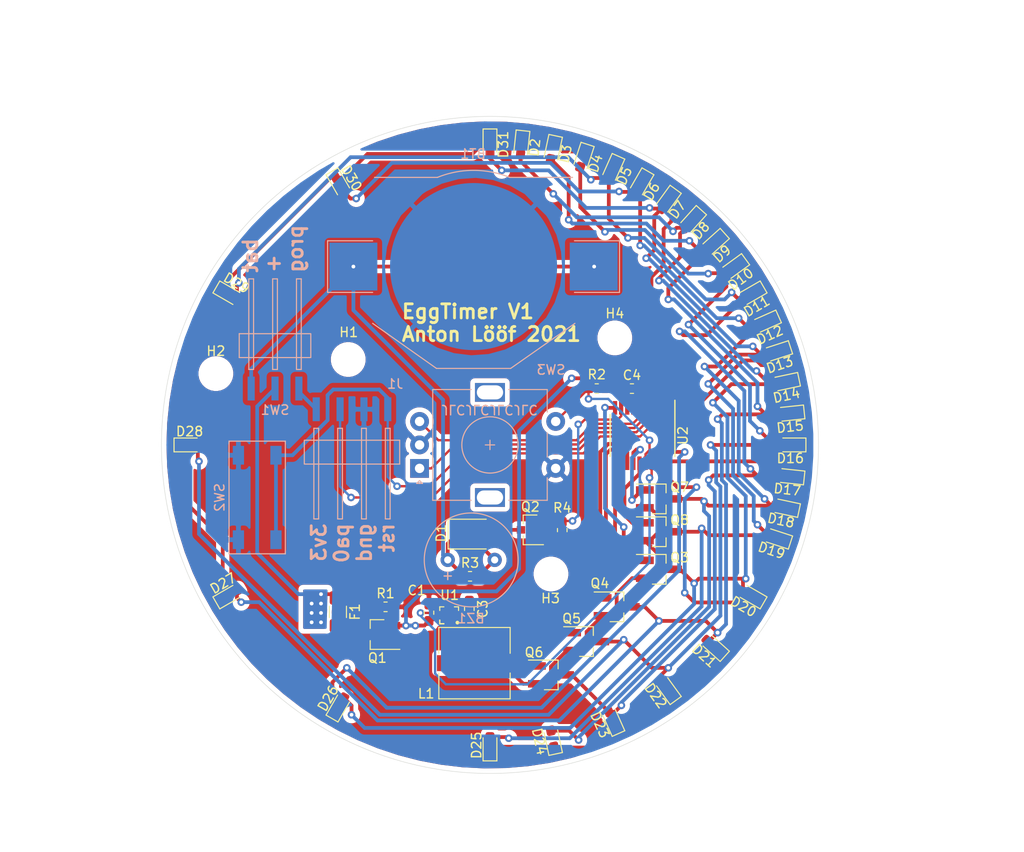
<source format=kicad_pcb>
(kicad_pcb (version 20171130) (host pcbnew "(5.1.5)-3")
  (layers (0 F.Cu signal) (31 B.Cu signal) (34 B.Paste user) (35 F.Paste user) (36 B.SilkS user) (37 F.SilkS user) (38 B.Mask user) (39 F.Mask user) (44 Edge.Cuts user))
  (net 0 "")
  (net 1 "Net-(BZ1-Pad2)")
  (net 2 vcc)
  (net 3 GND)
  (net 4 rst)
  (net 5 prog_v)
  (net 6 vbat)
  (net 7 "Net-(Q1-Pad1)")
  (net 8 encoder_a)
  (net 9 encoder_b)
  (net 10 encoder_sw)
  (net 11 buzzer_ctrl)
  (net 12 "Net-(L1-Pad1)")
  (net 13 vled)
  (net 14 "Net-(D14-Pad2)")
  (net 15 "Net-(D10-Pad2)")
  (net 16 "Net-(D11-Pad2)")
  (net 17 "Net-(D12-Pad2)")
  (net 18 c1)
  (net 19 c4)
  (net 20 c3)
  (net 21 c2)
  (net 22 "Net-(F1-Pad2)")
  (net 23 "Net-(F1-Pad1)")
  (net 24 pa0)
  (net 25 "Net-(Q2-Pad1)")
  (net 26 a0)
  (net 27 a1)
  (net 28 a2)
  (net 29 a3)
  (net 30 a4)
  (net 31 led_enable)
  (net 32 c0)
  (net 33 "Net-(D15-Pad2)")
  (net 34 "Net-(D13-Pad2)")
  (net 35 a5)
  (net 36 "Net-(U1-PadC1)")
  (module good_things:BGA-9_3x3_1.76x1.56mm (layer F.Cu) (at 159.45 114.65 180)
    (fp_text reference U1 (at -0.05 2.15 180) (layer F.SilkS))
    (fp_text value BD70522GUL-E2)
    (pad C3 smd circle (at 0.5 0.5 180) (size 0.25 0.25) (layers F.Cu F.Paste F.Mask) (net 3 GND))
    (pad B3 smd circle (at 0.5 0 180) (size 0.25 0.25) (layers F.Cu F.Paste F.Mask) (net 31 led_enable))
    (pad A3 smd circle (at 0.5 -0.5 180) (size 0.25 0.25) (layers F.Cu F.Paste F.Mask) (net 2 vcc))
    (pad C2 smd circle (at 0 0.5 180) (size 0.25 0.25) (layers F.Cu F.Paste F.Mask) (net 3 GND))
    (pad B2 smd circle (at 0 0 180) (size 0.25 0.25) (layers F.Cu F.Paste F.Mask) (net 3 GND))
    (pad A2 smd circle (at 0 -0.5 180) (size 0.25 0.25) (layers F.Cu F.Paste F.Mask) (net 12 "Net-(L1-Pad1)"))
    (pad C1 smd circle (at -0.5 0.5 180) (size 0.25 0.25) (layers F.Cu F.Paste F.Mask) (net 36 "Net-(U1-PadC1)"))
    (pad B1 smd circle (at -0.5 0 180) (size 0.25 0.25) (layers F.Cu F.Paste F.Mask) (net 13 vled))
    (pad A1 smd circle (at -0.5 -0.5 180) (size 0.25 0.25) (layers F.Cu F.Paste F.Mask) (net 3 GND))
  )
  (module Rotary_Encoder:RotaryEncoder_Alps_EC11E-Switch_Vertical_H20mm (layer B.Cu) (at 156.3 99)
    (fp_text reference SW3 (at 14 -10.5) (layer B.SilkS) (effects (justify mirror)))
    (fp_text value Rotary_Encoder_Switch)
    (pad A thru_hole rect (at 0 0) (size 2 2) (drill 1) (layers *.Cu *.Mask) (net 8 encoder_a))
    (pad C thru_hole circle (at 0 -2.5) (size 2 2) (drill 1) (layers *.Cu *.Mask) (net 3 GND))
    (pad B thru_hole circle (at 0 -5) (size 2 2) (drill 1) (layers *.Cu *.Mask) (net 9 encoder_b))
    (pad MP thru_hole rect (at 7.5 3.1) (size 3.2 2) (drill oval 2.8 1.5) (layers *.Cu *.Mask))
    (pad MP thru_hole rect (at 7.5 -8.1) (size 3.2 2) (drill oval 2.8 1.5) (layers *.Cu *.Mask))
    (pad S2 thru_hole circle (at 14.5 0) (size 2 2) (drill 1) (layers *.Cu *.Mask) (net 3 GND))
    (pad S1 thru_hole circle (at 14.5 -5) (size 2 2) (drill 1) (layers *.Cu *.Mask) (net 10 encoder_sw))
  )
  (module LED_SMD:LED_0603_1608Metric_Pad1.05x0.95mm_HandSolder (layer F.Cu) (at 163.8 64.5 270)
    (fp_text reference D31 (at 0 -1.43 270) (layer F.SilkS))
    (fp_text value TLMS1000-GS08)
    (pad 2 smd roundrect (at 0.875 0 270) (size 1.05 0.95) (layers F.Cu F.Paste F.Mask) (net 34 "Net-(D13-Pad2)"))
    (pad 1 smd roundrect (at -0.875 0 270) (size 1.05 0.95) (layers F.Cu F.Paste F.Mask) (net 32 c0))
  )
  (module LED_SMD:LED_0603_1608Metric_Pad1.05x0.95mm_HandSolder (layer F.Cu) (at 147.799999 68.787187 300)
    (fp_text reference D30 (at 0 -1.43 300) (layer F.SilkS))
    (fp_text value TLMS1000-GS08)
    (pad 2 smd roundrect (at 0.875 0 300) (size 1.05 0.95) (layers F.Cu F.Paste F.Mask) (net 17 "Net-(D12-Pad2)"))
    (pad 1 smd roundrect (at -0.875 0 300) (size 1.05 0.95) (layers F.Cu F.Paste F.Mask) (net 32 c0))
  )
  (module LED_SMD:LED_0603_1608Metric_Pad1.05x0.95mm_HandSolder (layer F.Cu) (at 136.087187 80.5 330)
    (fp_text reference D29 (at 0 -1.43 330) (layer F.SilkS))
    (fp_text value TLMS1000-GS08)
    (pad 2 smd roundrect (at 0.875 0 330) (size 1.05 0.95) (layers F.Cu F.Paste F.Mask) (net 16 "Net-(D11-Pad2)"))
    (pad 1 smd roundrect (at -0.875 0 330) (size 1.05 0.95) (layers F.Cu F.Paste F.Mask) (net 32 c0))
  )
  (module LED_SMD:LED_0603_1608Metric_Pad1.05x0.95mm_HandSolder (layer F.Cu) (at 131.8 96.5)
    (fp_text reference D28 (at 0 -1.43) (layer F.SilkS))
    (fp_text value TLMS1000-GS08)
    (pad 2 smd roundrect (at 0.875 0) (size 1.05 0.95) (layers F.Cu F.Paste F.Mask) (net 15 "Net-(D10-Pad2)"))
    (pad 1 smd roundrect (at -0.875 0) (size 1.05 0.95) (layers F.Cu F.Paste F.Mask) (net 32 c0))
  )
  (module LED_SMD:LED_0603_1608Metric_Pad1.05x0.95mm_HandSolder (layer F.Cu) (at 136.087187 112.5 30)
    (fp_text reference D27 (at 0 -1.43 30) (layer F.SilkS))
    (fp_text value TLMS1000-GS08)
    (pad 2 smd roundrect (at 0.875 0 30) (size 1.05 0.95) (layers F.Cu F.Paste F.Mask) (net 33 "Net-(D15-Pad2)"))
    (pad 1 smd roundrect (at -0.875 0 30) (size 1.05 0.95) (layers F.Cu F.Paste F.Mask) (net 32 c0))
  )
  (module LED_SMD:LED_0603_1608Metric_Pad1.05x0.95mm_HandSolder (layer F.Cu) (at 147.8 124.212812 60)
    (fp_text reference D26 (at 0 -1.43 60) (layer F.SilkS))
    (fp_text value TLMS1000-GS08)
    (pad 2 smd roundrect (at 0.875 0 60) (size 1.05 0.95) (layers F.Cu F.Paste F.Mask) (net 14 "Net-(D14-Pad2)"))
    (pad 1 smd roundrect (at -0.875 0 60) (size 1.05 0.95) (layers F.Cu F.Paste F.Mask) (net 32 c0))
  )
  (module LED_SMD:LED_0603_1608Metric_Pad1.05x0.95mm_HandSolder (layer F.Cu) (at 163.8 128.5 90)
    (fp_text reference D25 (at 0 -1.43 90) (layer F.SilkS))
    (fp_text value TLMS1000-GS08)
    (pad 2 smd roundrect (at 0.875 0 90) (size 1.05 0.95) (layers F.Cu F.Paste F.Mask) (net 34 "Net-(D13-Pad2)"))
    (pad 1 smd roundrect (at -0.875 0 90) (size 1.05 0.95) (layers F.Cu F.Paste F.Mask) (net 18 c1))
  )
  (module LED_SMD:LED_0603_1608Metric_Pad1.05x0.95mm_HandSolder (layer F.Cu) (at 170.453174 127.800723 102)
    (fp_text reference D24 (at 0 -1.43 102) (layer F.SilkS))
    (fp_text value TLMS1000-GS08)
    (pad 2 smd roundrect (at 0.875 0 102) (size 1.05 0.95) (layers F.Cu F.Paste F.Mask) (net 17 "Net-(D12-Pad2)"))
    (pad 1 smd roundrect (at -0.875 0 102) (size 1.05 0.95) (layers F.Cu F.Paste F.Mask) (net 18 c1))
  )
  (module LED_SMD:LED_0603_1608Metric_Pad1.05x0.95mm_HandSolder (layer F.Cu) (at 176.815572 125.733454 114)
    (fp_text reference D23 (at 0 -1.43 114) (layer F.SilkS))
    (fp_text value TLMS1000-GS08)
    (pad 2 smd roundrect (at 0.875 0 114) (size 1.05 0.95) (layers F.Cu F.Paste F.Mask) (net 16 "Net-(D11-Pad2)"))
    (pad 1 smd roundrect (at -0.875 0 114) (size 1.05 0.95) (layers F.Cu F.Paste F.Mask) (net 18 c1))
  )
  (module LED_SMD:LED_0603_1608Metric_Pad1.05x0.95mm_HandSolder (layer F.Cu) (at 182.609128 122.388543 126)
    (fp_text reference D22 (at 0 -1.43 126) (layer F.SilkS))
    (fp_text value TLMS1000-GS08)
    (pad 2 smd roundrect (at 0.875 0 126) (size 1.05 0.95) (layers F.Cu F.Paste F.Mask) (net 15 "Net-(D10-Pad2)"))
    (pad 1 smd roundrect (at -0.875 0 126) (size 1.05 0.95) (layers F.Cu F.Paste F.Mask) (net 18 c1))
  )
  (module LED_SMD:LED_0603_1608Metric_Pad1.05x0.95mm_HandSolder (layer F.Cu) (at 187.580634 117.912179 138)
    (fp_text reference D21 (at 0 -1.43 138) (layer F.SilkS))
    (fp_text value TLMS1000-GS08)
    (pad 2 smd roundrect (at 0.875 0 138) (size 1.05 0.95) (layers F.Cu F.Paste F.Mask) (net 33 "Net-(D15-Pad2)"))
    (pad 1 smd roundrect (at -0.875 0 138) (size 1.05 0.95) (layers F.Cu F.Paste F.Mask) (net 18 c1))
  )
  (module LED_SMD:LED_0603_1608Metric_Pad1.05x0.95mm_HandSolder (layer F.Cu) (at 191.512812 112.5 150)
    (fp_text reference D20 (at 0 -1.43 150) (layer F.SilkS))
    (fp_text value TLMS1000-GS08)
    (pad 2 smd roundrect (at 0.875 0 150) (size 1.05 0.95) (layers F.Cu F.Paste F.Mask) (net 14 "Net-(D14-Pad2)"))
    (pad 1 smd roundrect (at -0.875 0 150) (size 1.05 0.95) (layers F.Cu F.Paste F.Mask) (net 18 c1))
  )
  (module LED_SMD:LED_0603_1608Metric_Pad1.05x0.95mm_HandSolder (layer F.Cu) (at 194.233808 106.388543 162)
    (fp_text reference D19 (at 0 -1.43 162) (layer F.SilkS))
    (fp_text value TLMS1000-GS08)
    (pad 2 smd roundrect (at 0.875 0 162) (size 1.05 0.95) (layers F.Cu F.Paste F.Mask) (net 34 "Net-(D13-Pad2)"))
    (pad 1 smd roundrect (at -0.875 0 162) (size 1.05 0.95) (layers F.Cu F.Paste F.Mask) (net 21 c2))
  )
  (module LED_SMD:LED_0603_1608Metric_Pad1.05x0.95mm_HandSolder (layer F.Cu) (at 195.100723 103.153174 168)
    (fp_text reference D18 (at 0 -1.43 168) (layer F.SilkS))
    (fp_text value TLMS1000-GS08)
    (pad 2 smd roundrect (at 0.875 0 168) (size 1.05 0.95) (layers F.Cu F.Paste F.Mask) (net 17 "Net-(D12-Pad2)"))
    (pad 1 smd roundrect (at -0.875 0 168) (size 1.05 0.95) (layers F.Cu F.Paste F.Mask) (net 21 c2))
  )
  (module LED_SMD:LED_0603_1608Metric_Pad1.05x0.95mm_HandSolder (layer F.Cu) (at 195.6247 99.84491 174)
    (fp_text reference D17 (at 0 -1.43 174) (layer F.SilkS))
    (fp_text value TLMS1000-GS08)
    (pad 2 smd roundrect (at 0.875 0 174) (size 1.05 0.95) (layers F.Cu F.Paste F.Mask) (net 16 "Net-(D11-Pad2)"))
    (pad 1 smd roundrect (at -0.875 0 174) (size 1.05 0.95) (layers F.Cu F.Paste F.Mask) (net 21 c2))
  )
  (module LED_SMD:LED_0603_1608Metric_Pad1.05x0.95mm_HandSolder (layer F.Cu) (at 195.8 96.5 180)
    (fp_text reference D16 (at 0 -1.43 180) (layer F.SilkS))
    (fp_text value TLMS1000-GS08)
    (pad 2 smd roundrect (at 0.875 0 180) (size 1.05 0.95) (layers F.Cu F.Paste F.Mask) (net 15 "Net-(D10-Pad2)"))
    (pad 1 smd roundrect (at -0.875 0 180) (size 1.05 0.95) (layers F.Cu F.Paste F.Mask) (net 21 c2))
  )
  (module LED_SMD:LED_0603_1608Metric_Pad1.05x0.95mm_HandSolder (layer F.Cu) (at 195.6247 93.155089 186)
    (fp_text reference D15 (at 0 -1.43 186) (layer F.SilkS))
    (fp_text value TLMS1000-GS08)
    (pad 2 smd roundrect (at 0.875 0 186) (size 1.05 0.95) (layers F.Cu F.Paste F.Mask) (net 33 "Net-(D15-Pad2)"))
    (pad 1 smd roundrect (at -0.875 0 186) (size 1.05 0.95) (layers F.Cu F.Paste F.Mask) (net 21 c2))
  )
  (module LED_SMD:LED_0603_1608Metric_Pad1.05x0.95mm_HandSolder (layer F.Cu) (at 195.100723 89.846825 192)
    (fp_text reference D14 (at 0 -1.43 192) (layer F.SilkS))
    (fp_text value TLMS1000-GS08)
    (pad 2 smd roundrect (at 0.875 0 192) (size 1.05 0.95) (layers F.Cu F.Paste F.Mask) (net 14 "Net-(D14-Pad2)"))
    (pad 1 smd roundrect (at -0.875 0 192) (size 1.05 0.95) (layers F.Cu F.Paste F.Mask) (net 21 c2))
  )
  (module LED_SMD:LED_0603_1608Metric_Pad1.05x0.95mm_HandSolder (layer F.Cu) (at 194.233808 86.611456 198)
    (fp_text reference D13 (at 0 -1.43 198) (layer F.SilkS))
    (fp_text value TLMS1000-GS08)
    (pad 2 smd roundrect (at 0.875 0 198) (size 1.05 0.95) (layers F.Cu F.Paste F.Mask) (net 34 "Net-(D13-Pad2)"))
    (pad 1 smd roundrect (at -0.875 0 198) (size 1.05 0.95) (layers F.Cu F.Paste F.Mask) (net 20 c3))
  )
  (module LED_SMD:LED_0603_1608Metric_Pad1.05x0.95mm_HandSolder (layer F.Cu) (at 193.033454 83.484427 204)
    (fp_text reference D12 (at 0 -1.43 204) (layer F.SilkS))
    (fp_text value TLMS1000-GS08)
    (pad 2 smd roundrect (at 0.875 0 204) (size 1.05 0.95) (layers F.Cu F.Paste F.Mask) (net 17 "Net-(D12-Pad2)"))
    (pad 1 smd roundrect (at -0.875 0 204) (size 1.05 0.95) (layers F.Cu F.Paste F.Mask) (net 20 c3))
  )
  (module LED_SMD:LED_0603_1608Metric_Pad1.05x0.95mm_HandSolder (layer F.Cu) (at 191.512812 80.5 210)
    (fp_text reference D11 (at 0 -1.43 210) (layer F.SilkS))
    (fp_text value TLMS1000-GS08)
    (pad 2 smd roundrect (at 0.875 0 210) (size 1.05 0.95) (layers F.Cu F.Paste F.Mask) (net 16 "Net-(D11-Pad2)"))
    (pad 1 smd roundrect (at -0.875 0 210) (size 1.05 0.95) (layers F.Cu F.Paste F.Mask) (net 20 c3))
  )
  (module LED_SMD:LED_0603_1608Metric_Pad1.05x0.95mm_HandSolder (layer F.Cu) (at 189.688543 77.690871 216)
    (fp_text reference D10 (at 0 -1.43 216) (layer F.SilkS))
    (fp_text value TLMS1000-GS08)
    (pad 2 smd roundrect (at 0.875 0 216) (size 1.05 0.95) (layers F.Cu F.Paste F.Mask) (net 15 "Net-(D10-Pad2)"))
    (pad 1 smd roundrect (at -0.875 0 216) (size 1.05 0.95) (layers F.Cu F.Paste F.Mask) (net 20 c3))
  )
  (module LED_SMD:LED_0603_1608Metric_Pad1.05x0.95mm_HandSolder (layer F.Cu) (at 187.580634 75.08782 222)
    (fp_text reference D9 (at 0 -1.43 222) (layer F.SilkS))
    (fp_text value TLMS1000-GS08)
    (pad 2 smd roundrect (at 0.875 0 222) (size 1.05 0.95) (layers F.Cu F.Paste F.Mask) (net 33 "Net-(D15-Pad2)"))
    (pad 1 smd roundrect (at -0.875 0 222) (size 1.05 0.95) (layers F.Cu F.Paste F.Mask) (net 20 c3))
  )
  (module LED_SMD:LED_0603_1608Metric_Pad1.05x0.95mm_HandSolder (layer F.Cu) (at 185.212179 72.719365 228)
    (fp_text reference D8 (at 0 -1.43 228) (layer F.SilkS))
    (fp_text value TLMS1000-GS08)
    (pad 2 smd roundrect (at 0.875 0 228) (size 1.05 0.95) (layers F.Cu F.Paste F.Mask) (net 14 "Net-(D14-Pad2)"))
    (pad 1 smd roundrect (at -0.875 0 228) (size 1.05 0.95) (layers F.Cu F.Paste F.Mask) (net 20 c3))
  )
  (module LED_SMD:LED_0603_1608Metric_Pad1.05x0.95mm_HandSolder (layer F.Cu) (at 182.609128 70.611456 234)
    (fp_text reference D7 (at 0 -1.43 234) (layer F.SilkS))
    (fp_text value TLMS1000-GS08)
    (pad 2 smd roundrect (at 0.875 0 234) (size 1.05 0.95) (layers F.Cu F.Paste F.Mask) (net 34 "Net-(D13-Pad2)"))
    (pad 1 smd roundrect (at -0.875 0 234) (size 1.05 0.95) (layers F.Cu F.Paste F.Mask) (net 19 c4))
  )
  (module LED_SMD:LED_0603_1608Metric_Pad1.05x0.95mm_HandSolder (layer F.Cu) (at 179.8 68.787187 240)
    (fp_text reference D6 (at 0 -1.43 240) (layer F.SilkS))
    (fp_text value TLMS1000-GS08)
    (pad 2 smd roundrect (at 0.875 0 240) (size 1.05 0.95) (layers F.Cu F.Paste F.Mask) (net 17 "Net-(D12-Pad2)"))
    (pad 1 smd roundrect (at -0.875 0 240) (size 1.05 0.95) (layers F.Cu F.Paste F.Mask) (net 19 c4))
  )
  (module LED_SMD:LED_0603_1608Metric_Pad1.05x0.95mm_HandSolder (layer F.Cu) (at 176.815572 67.266545 246)
    (fp_text reference D5 (at 0 -1.43 246) (layer F.SilkS))
    (fp_text value TLMS1000-GS08)
    (pad 2 smd roundrect (at 0.875 0 246) (size 1.05 0.95) (layers F.Cu F.Paste F.Mask) (net 16 "Net-(D11-Pad2)"))
    (pad 1 smd roundrect (at -0.875 0 246) (size 1.05 0.95) (layers F.Cu F.Paste F.Mask) (net 19 c4))
  )
  (module LED_SMD:LED_0603_1608Metric_Pad1.05x0.95mm_HandSolder (layer F.Cu) (at 173.688543 66.066191 252)
    (fp_text reference D4 (at 0 -1.43 252) (layer F.SilkS))
    (fp_text value TLMS1000-GS08)
    (pad 2 smd roundrect (at 0.875 0 252) (size 1.05 0.95) (layers F.Cu F.Paste F.Mask) (net 15 "Net-(D10-Pad2)"))
    (pad 1 smd roundrect (at -0.875 0 252) (size 1.05 0.95) (layers F.Cu F.Paste F.Mask) (net 19 c4))
  )
  (module LED_SMD:LED_0603_1608Metric_Pad1.05x0.95mm_HandSolder (layer F.Cu) (at 170.453174 65.199276 258)
    (fp_text reference D3 (at 0 -1.43 258) (layer F.SilkS))
    (fp_text value TLMS1000-GS08)
    (pad 2 smd roundrect (at 0.875 0 258) (size 1.05 0.95) (layers F.Cu F.Paste F.Mask) (net 33 "Net-(D15-Pad2)"))
    (pad 1 smd roundrect (at -0.875 0 258) (size 1.05 0.95) (layers F.Cu F.Paste F.Mask) (net 19 c4))
  )
  (module LED_SMD:LED_0603_1608Metric_Pad1.05x0.95mm_HandSolder (layer F.Cu) (at 167.14491 64.675299 264)
    (fp_text reference D2 (at 0 -1.43 264) (layer F.SilkS))
    (fp_text value TLMS1000-GS08)
    (pad 2 smd roundrect (at 0.875 0 264) (size 1.05 0.95) (layers F.Cu F.Paste F.Mask) (net 14 "Net-(D14-Pad2)"))
    (pad 1 smd roundrect (at -0.875 0 264) (size 1.05 0.95) (layers F.Cu F.Paste F.Mask) (net 19 c4))
  )
  (module Package_TO_SOT_SMD:SOT-23_Handsoldering (layer F.Cu) (at 181.8 105.75)
    (fp_text reference Q8 (at 2.2 -1.25) (layer F.SilkS))
    (fp_text value SI2365EDS-T1-GE3)
    (pad 3 smd rect (at 1.5 0) (size 1.9 0.8) (layers F.Cu F.Paste F.Mask) (net 34 "Net-(D13-Pad2)"))
    (pad 2 smd rect (at -1.5 0.95) (size 1.9 0.8) (layers F.Cu F.Paste F.Mask) (net 13 vled))
    (pad 1 smd rect (at -1.5 -0.95) (size 1.9 0.8) (layers F.Cu F.Paste F.Mask) (net 35 a5))
  )
  (module MountingHole:MountingHole_2.7mm_M2.5 (layer F.Cu) (at 177.1 85.1)
    (fp_text reference H4 (at 0 -2.6) (layer F.SilkS))
    (fp_text value MountingHole)
    (pad 1 np_thru_hole circle (at 0 0) (size 2.7 2.7) (drill 2.7) (layers *.Cu *.Mask))
  )
  (module MountingHole:MountingHole_2.7mm_M2.5 (layer F.Cu) (at 170.3 110.25)
    (fp_text reference H3 (at -0.05 2.6 180) (layer F.SilkS))
    (fp_text value MountingHole)
    (pad 1 np_thru_hole circle (at 0 0) (size 2.7 2.7) (drill 2.7) (layers *.Cu *.Mask))
  )
  (module MountingHole:MountingHole_2.7mm_M2.5 (layer F.Cu) (at 134.6 88.9)
    (fp_text reference H2 (at 0 -2.4) (layer F.SilkS))
    (fp_text value MountingHole)
    (pad 1 np_thru_hole circle (at 0 0) (size 2.7 2.7) (drill 2.7) (layers *.Cu *.Mask))
  )
  (module MountingHole:MountingHole_2.7mm_M2.5 (layer F.Cu) (at 148.7 87.4)
    (fp_text reference H1 (at 0.05 -2.9) (layer F.SilkS))
    (fp_text value MountingHole)
    (pad 1 np_thru_hole circle (at 0 0) (size 2.7 2.7) (drill 2.7) (layers *.Cu *.Mask))
  )
  (module good_things:TSM-103-01-l_SH (layer B.Cu) (at 140.9 87.7 180)
    (fp_text reference SW1 (at 0 -5.08) (layer B.SilkS) (effects (justify mirror)))
    (fp_text value prog_sw)
    (pad 3 smd rect (at 2.5405 -2.794 180) (size 0.762 2.54) (layers B.Cu B.Paste B.Mask) (net 6 vbat))
    (pad 1 smd rect (at -2.5395 -2.794 180) (size 0.762 2.54) (layers B.Cu B.Paste B.Mask) (net 5 prog_v))
    (pad 2 smd rect (at 0.0005 -2.794 180) (size 0.762 2.54) (layers B.Cu B.Paste B.Mask) (net 23 "Net-(F1-Pad1)"))
  )
  (module good_things:push_sw_purple (layer B.Cu) (at 139 102.1 270)
    (fp_text reference SW2 (at 0 4 90) (layer B.SilkS) (effects (justify mirror)))
    (fp_text value SW_Push)
    (pad 2 smd rect (at -4.5 -2 270) (size 2 1.2) (layers B.Cu B.Paste B.Mask) (net 4 rst))
    (pad 2 smd rect (at 4.5 -2 270) (size 2 1.2) (layers B.Cu B.Paste B.Mask) (net 4 rst))
    (pad 1 smd rect (at 4.5 2 270) (size 2 1.2) (layers B.Cu B.Paste B.Mask) (net 3 GND))
    (pad 1 smd rect (at -4.5 2 270) (size 2 1.2) (layers B.Cu B.Paste B.Mask) (net 3 GND))
  )
  (module good_things:TSM-104-01-L-SH (layer B.Cu) (at 149.1 92.7)
    (fp_text reference J1 (at 4.6 -2.7) (layer B.SilkS) (effects (justify mirror)))
    (fp_text value Conn_01x04)
    (pad 4 smd rect (at 3.8105 0) (size 0.762 2.54) (layers B.Cu B.Paste B.Mask) (net 4 rst))
    (pad 3 smd rect (at 1.2705 0) (size 0.762 2.54) (layers B.Cu B.Paste B.Mask) (net 3 GND))
    (pad 2 smd rect (at -1.2695 0) (size 0.762 2.54) (layers B.Cu B.Paste B.Mask) (net 24 pa0))
    (pad 1 smd rect (at -3.8095 0) (size 0.762 2.54) (layers B.Cu B.Paste B.Mask) (net 5 prog_v))
  )
  (module Package_SO:TSSOP-20_4.4x6.5mm_P0.65mm (layer F.Cu) (at 180.05 95.5 270)
    (fp_text reference U2 (at 0 -4.3 90) (layer F.SilkS))
    (fp_text value STM8L101F3P)
    (pad 20 smd rect (at 2.95 -2.925 270) (size 1.45 0.45) (layers F.Cu F.Paste F.Mask) (net 21 c2))
    (pad 19 smd rect (at 2.95 -2.275 270) (size 1.45 0.45) (layers F.Cu F.Paste F.Mask) (net 18 c1))
    (pad 18 smd rect (at 2.95 -1.625 270) (size 1.45 0.45) (layers F.Cu F.Paste F.Mask) (net 32 c0))
    (pad 17 smd rect (at 2.95 -0.975 270) (size 1.45 0.45) (layers F.Cu F.Paste F.Mask) (net 31 led_enable))
    (pad 16 smd rect (at 2.95 -0.325 270) (size 1.45 0.45) (layers F.Cu F.Paste F.Mask) (net 10 encoder_sw))
    (pad 15 smd rect (at 2.95 0.325 270) (size 1.45 0.45) (layers F.Cu F.Paste F.Mask) (net 35 a5))
    (pad 14 smd rect (at 2.95 0.975 270) (size 1.45 0.45) (layers F.Cu F.Paste F.Mask) (net 30 a4))
    (pad 13 smd rect (at 2.95 1.625 270) (size 1.45 0.45) (layers F.Cu F.Paste F.Mask) (net 29 a3))
    (pad 12 smd rect (at 2.95 2.275 270) (size 1.45 0.45) (layers F.Cu F.Paste F.Mask) (net 28 a2))
    (pad 11 smd rect (at 2.95 2.925 270) (size 1.45 0.45) (layers F.Cu F.Paste F.Mask) (net 27 a1))
    (pad 10 smd rect (at -2.95 2.925 270) (size 1.45 0.45) (layers F.Cu F.Paste F.Mask) (net 26 a0))
    (pad 9 smd rect (at -2.95 2.275 270) (size 1.45 0.45) (layers F.Cu F.Paste F.Mask) (net 11 buzzer_ctrl))
    (pad 8 smd rect (at -2.95 1.625 270) (size 1.45 0.45) (layers F.Cu F.Paste F.Mask) (net 2 vcc))
    (pad 7 smd rect (at -2.95 0.975 270) (size 1.45 0.45) (layers F.Cu F.Paste F.Mask) (net 3 GND))
    (pad 6 smd rect (at -2.95 0.325 270) (size 1.45 0.45) (layers F.Cu F.Paste F.Mask) (net 9 encoder_b))
    (pad 5 smd rect (at -2.95 -0.325 270) (size 1.45 0.45) (layers F.Cu F.Paste F.Mask) (net 8 encoder_a))
    (pad 4 smd rect (at -2.95 -0.975 270) (size 1.45 0.45) (layers F.Cu F.Paste F.Mask) (net 4 rst))
    (pad 3 smd rect (at -2.95 -1.625 270) (size 1.45 0.45) (layers F.Cu F.Paste F.Mask) (net 24 pa0))
    (pad 2 smd rect (at -2.95 -2.275 270) (size 1.45 0.45) (layers F.Cu F.Paste F.Mask) (net 19 c4))
    (pad 1 smd rect (at -2.95 -2.925 270) (size 1.45 0.45) (layers F.Cu F.Paste F.Mask) (net 20 c3))
  )
  (module Resistor_SMD:R_0603_1608Metric_Pad1.05x0.95mm_HandSolder (layer F.Cu) (at 171.5 105.575 90)
    (fp_text reference R4 (at 2.375 0 180) (layer F.SilkS))
    (fp_text value 180)
    (pad 2 smd roundrect (at 0.875 0 90) (size 1.05 0.95) (layers F.Cu F.Paste F.Mask) (net 11 buzzer_ctrl))
    (pad 1 smd roundrect (at -0.875 0 90) (size 1.05 0.95) (layers F.Cu F.Paste F.Mask) (net 25 "Net-(Q2-Pad1)"))
  )
  (module Resistor_SMD:R_0603_1608Metric_Pad1.05x0.95mm_HandSolder (layer F.Cu) (at 175.175 90.5 180)
    (fp_text reference R2 (at 0 1.5) (layer F.SilkS))
    (fp_text value 100k)
    (pad 2 smd roundrect (at 0.875 0 180) (size 1.05 0.95) (layers F.Cu F.Paste F.Mask) (net 10 encoder_sw))
    (pad 1 smd roundrect (at -0.875 0 180) (size 1.05 0.95) (layers F.Cu F.Paste F.Mask) (net 2 vcc))
  )
  (module Resistor_SMD:R_0603_1608Metric_Pad1.05x0.95mm_HandSolder (layer F.Cu) (at 161.675 110.5)
    (fp_text reference R3 (at 0 -1.43) (layer F.SilkS))
    (fp_text value 1k)
    (pad 2 smd roundrect (at 0.875 0) (size 1.05 0.95) (layers F.Cu F.Paste F.Mask) (net 1 "Net-(BZ1-Pad2)"))
    (pad 1 smd roundrect (at -0.875 0) (size 1.05 0.95) (layers F.Cu F.Paste F.Mask) (net 6 vbat))
  )
  (module Resistor_SMD:R_0603_1608Metric_Pad1.05x0.95mm_HandSolder (layer F.Cu) (at 152.675 113.75)
    (fp_text reference R1 (at 0 -1.43) (layer F.SilkS))
    (fp_text value 100k)
    (pad 2 smd roundrect (at 0.875 0) (size 1.05 0.95) (layers F.Cu F.Paste F.Mask) (net 3 GND))
    (pad 1 smd roundrect (at -0.875 0) (size 1.05 0.95) (layers F.Cu F.Paste F.Mask) (net 7 "Net-(Q1-Pad1)"))
  )
  (module Package_TO_SOT_SMD:SOT-23_Handsoldering (layer F.Cu) (at 181.8 102.25)
    (fp_text reference Q7 (at 2.2 -1.25) (layer F.SilkS))
    (fp_text value SI2365EDS-T1-GE3)
    (pad 3 smd rect (at 1.5 0) (size 1.9 0.8) (layers F.Cu F.Paste F.Mask) (net 17 "Net-(D12-Pad2)"))
    (pad 2 smd rect (at -1.5 0.95) (size 1.9 0.8) (layers F.Cu F.Paste F.Mask) (net 13 vled))
    (pad 1 smd rect (at -1.5 -0.95) (size 1.9 0.8) (layers F.Cu F.Paste F.Mask) (net 30 a4))
  )
  (module Package_TO_SOT_SMD:SOT-23_Handsoldering (layer F.Cu) (at 170.3 121)
    (fp_text reference Q6 (at -1.8 -2.4) (layer F.SilkS))
    (fp_text value SI2365EDS-T1-GE3)
    (pad 3 smd rect (at 1.5 0) (size 1.9 0.8) (layers F.Cu F.Paste F.Mask) (net 16 "Net-(D11-Pad2)"))
    (pad 2 smd rect (at -1.5 0.95) (size 1.9 0.8) (layers F.Cu F.Paste F.Mask) (net 13 vled))
    (pad 1 smd rect (at -1.5 -0.95) (size 1.9 0.8) (layers F.Cu F.Paste F.Mask) (net 29 a3))
  )
  (module Package_TO_SOT_SMD:SOT-23_Handsoldering (layer F.Cu) (at 174.05 117.45)
    (fp_text reference Q5 (at -1.55 -2.45) (layer F.SilkS))
    (fp_text value SI2365EDS-T1-GE3)
    (pad 3 smd rect (at 1.5 0) (size 1.9 0.8) (layers F.Cu F.Paste F.Mask) (net 15 "Net-(D10-Pad2)"))
    (pad 2 smd rect (at -1.5 0.95) (size 1.9 0.8) (layers F.Cu F.Paste F.Mask) (net 13 vled))
    (pad 1 smd rect (at -1.5 -0.95) (size 1.9 0.8) (layers F.Cu F.Paste F.Mask) (net 28 a2))
  )
  (module Package_TO_SOT_SMD:SOT-23_Handsoldering (layer F.Cu) (at 177.3 113.75)
    (fp_text reference Q4 (at -1.8 -2.5) (layer F.SilkS))
    (fp_text value SI2365EDS-T1-GE3)
    (pad 3 smd rect (at 1.5 0) (size 1.9 0.8) (layers F.Cu F.Paste F.Mask) (net 33 "Net-(D15-Pad2)"))
    (pad 2 smd rect (at -1.5 0.95) (size 1.9 0.8) (layers F.Cu F.Paste F.Mask) (net 13 vled))
    (pad 1 smd rect (at -1.5 -0.95) (size 1.9 0.8) (layers F.Cu F.Paste F.Mask) (net 27 a1))
  )
  (module Package_TO_SOT_SMD:SOT-23_Handsoldering (layer F.Cu) (at 181.8 109.75)
    (fp_text reference Q3 (at 2.2 -1.25) (layer F.SilkS))
    (fp_text value SI2365EDS-T1-GE3)
    (pad 3 smd rect (at 1.5 0) (size 1.9 0.8) (layers F.Cu F.Paste F.Mask) (net 14 "Net-(D14-Pad2)"))
    (pad 2 smd rect (at -1.5 0.95) (size 1.9 0.8) (layers F.Cu F.Paste F.Mask) (net 13 vled))
    (pad 1 smd rect (at -1.5 -0.95) (size 1.9 0.8) (layers F.Cu F.Paste F.Mask) (net 26 a0))
  )
  (module Package_TO_SOT_SMD:SOT-23_Handsoldering (layer F.Cu) (at 151.8 116.7 180)
    (fp_text reference Q1 (at 0 -2.5) (layer F.SilkS))
    (fp_text value SI2365EDS-T1-GE3)
    (pad 3 smd rect (at 1.5 0 180) (size 1.9 0.8) (layers F.Cu F.Paste F.Mask) (net 22 "Net-(F1-Pad2)"))
    (pad 2 smd rect (at -1.5 0.95 180) (size 1.9 0.8) (layers F.Cu F.Paste F.Mask) (net 2 vcc))
    (pad 1 smd rect (at -1.5 -0.95 180) (size 1.9 0.8) (layers F.Cu F.Paste F.Mask) (net 7 "Net-(Q1-Pad1)"))
  )
  (module Package_TO_SOT_SMD:SOT-23 (layer F.Cu) (at 168.1 105.55 180)
    (fp_text reference Q2 (at 0 2.45) (layer F.SilkS))
    (fp_text value 2N7002)
    (pad 3 smd rect (at 1 0 180) (size 0.9 0.8) (layers F.Cu F.Paste F.Mask) (net 1 "Net-(BZ1-Pad2)"))
    (pad 2 smd rect (at -1 0.95 180) (size 0.9 0.8) (layers F.Cu F.Paste F.Mask) (net 3 GND))
    (pad 1 smd rect (at -1 -0.95 180) (size 0.9 0.8) (layers F.Cu F.Paste F.Mask) (net 25 "Net-(Q2-Pad1)"))
  )
  (module Inductor_SMD:L_Wuerth_WE-PD-Typ-7345 (layer F.Cu) (at 162.15 119.75)
    (fp_text reference L1 (at -5.15 3.25) (layer F.SilkS))
    (fp_text value 2u2)
    (pad 2 smd rect (at 3 0) (size 2 1.7) (layers F.Cu F.Paste F.Mask) (net 13 vled))
    (pad 1 smd rect (at -3 0) (size 2 1.7) (layers F.Cu F.Paste F.Mask) (net 12 "Net-(L1-Pad1)"))
  )
  (module Fuse:Fuse_1206_3216Metric_Pad1.42x1.75mm_HandSolder (layer F.Cu) (at 147.6 114.2875 270)
    (fp_text reference F1 (at 0 -1.82 90) (layer F.SilkS))
    (fp_text value 500ma)
    (pad 2 smd roundrect (at 1.4875 0 270) (size 1.425 1.75) (layers F.Cu F.Paste F.Mask) (roundrect_rratio 0.1754385964912281) (net 22 "Net-(F1-Pad2)"))
    (pad 1 smd roundrect (at -1.4875 0 270) (size 1.425 1.75) (layers F.Cu F.Paste F.Mask) (roundrect_rratio 0.1754385964912281) (net 23 "Net-(F1-Pad1)"))
  )
  (module Diode_SMD:D_1210_3225Metric_Pad1.42x2.65mm_HandSolder (layer F.Cu) (at 161.8 106)
    (fp_text reference D1 (at -3.2 -0.1 270) (layer F.SilkS))
    (fp_text value D_Small)
    (pad 2 smd roundrect (at 1.4875 0) (size 1.425 2.65) (layers F.Cu F.Paste F.Mask) (roundrect_rratio 0.1754385964912281) (net 1 "Net-(BZ1-Pad2)"))
    (pad 1 smd roundrect (at -1.4875 0) (size 1.425 2.65) (layers F.Cu F.Paste F.Mask) (roundrect_rratio 0.1754385964912281) (net 6 vbat))
  )
  (module Capacitor_SMD:C_0603_1608Metric_Pad1.05x0.95mm_HandSolder (layer F.Cu) (at 161.6 113.975 270)
    (fp_text reference C3 (at 0 -1.43 90) (layer F.SilkS))
    (fp_text value 22u)
    (pad 2 smd roundrect (at 0.875 0 270) (size 1.05 0.95) (layers F.Cu F.Paste F.Mask) (net 3 GND))
    (pad 1 smd roundrect (at -0.875 0 270) (size 1.05 0.95) (layers F.Cu F.Paste F.Mask) (net 13 vled))
  )
  (module Capacitor_SMD:C_0603_1608Metric_Pad1.05x0.95mm_HandSolder (layer F.Cu) (at 178.925 90.5)
    (fp_text reference C4 (at 0 -1.43) (layer F.SilkS))
    (fp_text value 100n)
    (pad 2 smd roundrect (at 0.875 0) (size 1.05 0.95) (layers F.Cu F.Paste F.Mask) (net 3 GND))
    (pad 1 smd roundrect (at -0.875 0) (size 1.05 0.95) (layers F.Cu F.Paste F.Mask) (net 2 vcc))
  )
  (module Capacitor_SMD:C_0603_1608Metric_Pad1.05x0.95mm_HandSolder (layer F.Cu) (at 157.3 114.375 90)
    (fp_text reference C1 (at 2.375 -1.3 180) (layer F.SilkS))
    (fp_text value 22u)
    (pad 2 smd roundrect (at 0.875 0 90) (size 1.05 0.95) (layers F.Cu F.Paste F.Mask) (net 3 GND))
    (pad 1 smd roundrect (at -0.875 0 90) (size 1.05 0.95) (layers F.Cu F.Paste F.Mask) (net 2 vcc))
  )
  (module good_things:buzzer_d14_p5 (layer B.Cu) (at 161.8 108.75)
    (fp_text reference BZ1 (at -0.02 6.25) (layer B.SilkS) (effects (justify mirror)))
    (fp_text value Buzzer)
    (fp_text user + (at -2.5 1.64) (layer B.SilkS) (effects (justify mirror)))
    (pad 2 thru_hole circle (at 2.5 0) (size 1.524 1.524) (drill 0.762) (layers *.Cu *.Mask) (net 1 "Net-(BZ1-Pad2)"))
    (pad 1 thru_hole circle (at -2.5 0) (size 1.524 1.524) (drill 0.762) (layers *.Cu *.Mask) (net 6 vbat))
  )
  (module Battery:BatteryHolder_Keystone_3002_1x2032 (layer B.Cu) (at 162.05 77.5 180)
    (fp_text reference BT1 (at 0.05 12) (layer B.SilkS) (effects (justify mirror)))
    (fp_text value Battery_Cell)
    (pad 2 smd circle (at 0 0 180) (size 17.8 17.8) (layers B.Cu B.Mask) (net 3 GND))
    (pad 1 smd rect (at -12.8 0 180) (size 5.1 5.1) (layers B.Cu B.Paste B.Mask) (net 6 vbat))
    (pad 1 smd rect (at 12.8 0 180) (size 5.1 5.1) (layers B.Cu B.Paste B.Mask) (net 6 vbat))
  )
  (gr_text JLCJLCJLCJLC (at 163.75 92.75 180) (layer B.SilkS) (effects (font (size 1 1)) (justify mirror)))
  (gr_text "EggTimer V1\nAnton Lööf 2021\n" (at 154.25 83.5) (layer F.SilkS) (effects (font (size 1.5 1.5) (thickness 0.3)) (justify left)))
  (gr_text "bat\n+\nprog" (at 140.7 78.3 90) (layer B.SilkS) (effects (font (size 1.5 1.5) (thickness 0.3)) (justify right mirror)))
  (gr_text "3v3\npa0\ngnd\nrst" (at 149.2 104.7 90) (layer B.SilkS) (effects (font (size 1.5 1.5) (thickness 0.3)) (justify left mirror)))
  (gr_circle (center 163.8 96.5) (end 198.8 96.5) (layer Edge.Cuts) (width 0.05))
  (segment (start 164.3 108.75) (end 162.55 110.5) (width 0.4) (layer F.Cu) (net 1))
  (segment (start 163.2875 107.7375) (end 164.3 108.75) (width 0.4) (layer F.Cu) (net 1))
  (segment (start 163.2875 106) (end 163.2875 107.7375) (width 0.4) (layer F.Cu) (net 1))
  (segment (start 163.7375 105.55) (end 163.2875 106) (width 0.4) (layer F.Cu) (net 1))
  (segment (start 167.1 105.55) (end 163.7375 105.55) (width 0.4) (layer F.Cu) (net 1))
  (segment (start 178.425 90.875) (end 178.425 92.55) (width 0.4) (layer F.Cu) (net 2))
  (segment (start 178.05 90.5) (end 178.425 90.875) (width 0.4) (layer F.Cu) (net 2))
  (segment (start 157.4 115.15) (end 157.3 115.25) (width 0.25) (layer F.Cu) (net 2))
  (segment (start 158.95 115.15) (end 157.4 115.15) (width 0.25) (layer F.Cu) (net 2))
  (segment (start 153.3 115.75) (end 154.85 115.75) (width 0.4) (layer F.Cu) (net 2))
  (segment (start 176.05 90.5) (end 178.05 90.5) (width 0.4) (layer F.Cu) (net 2))
  (via (at 154.85 115.75) (size 0.8) (drill 0.4) (layers F.Cu B.Cu) (net 2))
  (segment (start 155.85 115.75) (end 156.8 115.75) (width 0.4) (layer F.Cu) (net 2))
  (via (at 155.85 115.75) (size 0.8) (drill 0.4) (layers F.Cu B.Cu) (net 2))
  (segment (start 154.85 115.75) (end 155.85 115.75) (width 0.4) (layer B.Cu) (net 2))
  (via (at 172.5 89.4) (size 0.8) (drill 0.4) (layers F.Cu B.Cu) (net 2))
  (segment (start 172.5 89.4) (end 174.95 89.4) (width 0.4) (layer F.Cu) (net 2))
  (segment (start 174.95 89.4) (end 176.05 90.5) (width 0.4) (layer F.Cu) (net 2))
  (segment (start 166.9 95) (end 172.5 89.4) (width 0.4) (layer B.Cu) (net 2))
  (segment (start 166.9 109.7) (end 166.9 95) (width 0.4) (layer B.Cu) (net 2))
  (segment (start 164.5 112.1) (end 166.9 109.7) (width 0.4) (layer B.Cu) (net 2))
  (segment (start 156.6 112.1) (end 164.5 112.1) (width 0.4) (layer B.Cu) (net 2))
  (segment (start 154.85 113.85) (end 156.6 112.1) (width 0.4) (layer B.Cu) (net 2))
  (segment (start 154.85 115.75) (end 154.85 113.85) (width 0.4) (layer B.Cu) (net 2))
  (segment (start 156.8 115.75) (end 157.3 115.25) (width 0.4) (layer F.Cu) (net 2))
  (segment (start 153.3 115.75) (end 156.8 115.75) (width 0.4) (layer F.Cu) (net 2))
  (segment (start 179.075 91.225) (end 179.075 92.55) (width 0.4) (layer F.Cu) (net 3))
  (segment (start 179.8 90.5) (end 179.075 91.225) (width 0.4) (layer F.Cu) (net 3))
  (segment (start 158.95 114.15) (end 159.45 114.15) (width 0.25) (layer F.Cu) (net 3))
  (segment (start 159.45 114.65) (end 159.45 114.15) (width 0.25) (layer F.Cu) (net 3))
  (segment (start 161.45 115.15) (end 161.55 115.25) (width 0.25) (layer F.Cu) (net 3))
  (segment (start 159.95 115.15) (end 161.45 115.15) (width 0.25) (layer F.Cu) (net 3))
  (segment (start 157.3 113.5) (end 158.100001 113.5) (width 0.25) (layer F.Cu) (net 3))
  (segment (start 158.750001 114.15) (end 158.95 114.15) (width 0.25) (layer F.Cu) (net 3))
  (segment (start 158.100001 113.5) (end 158.750001 114.15) (width 0.25) (layer F.Cu) (net 3))
  (segment (start 141 106.6) (end 141 97.6) (width 0.4) (layer B.Cu) (net 4))
  (segment (start 146.5 93.861502) (end 142.761502 97.6) (width 0.4) (layer B.Cu) (net 4))
  (segment (start 142.761502 97.6) (end 141 97.6) (width 0.4) (layer B.Cu) (net 4))
  (segment (start 147.1 90.6) (end 146.5 91.2) (width 0.4) (layer B.Cu) (net 4))
  (segment (start 152 90.6) (end 147.1 90.6) (width 0.4) (layer B.Cu) (net 4))
  (segment (start 152.9105 91.5105) (end 152 90.6) (width 0.4) (layer B.Cu) (net 4))
  (segment (start 146.5 91.2) (end 146.5 93.861502) (width 0.4) (layer B.Cu) (net 4))
  (segment (start 152.9105 92.7) (end 152.9105 91.5105) (width 0.4) (layer B.Cu) (net 4))
  (segment (start 152.9105 99.9105) (end 153.9 100.9) (width 0.25) (layer B.Cu) (net 4))
  (segment (start 152.9105 92.7) (end 152.9105 99.9105) (width 0.25) (layer B.Cu) (net 4))
  (segment (start 161.350011 96.949989) (end 157.4 100.9) (width 0.25) (layer F.Cu) (net 4))
  (segment (start 173.350011 96.949989) (end 161.350011 96.949989) (width 0.25) (layer F.Cu) (net 4))
  (segment (start 179.39998 95.15002) (end 175.14998 95.15002) (width 0.25) (layer F.Cu) (net 4))
  (segment (start 181.025 92.55) (end 181.025 93.525) (width 0.25) (layer F.Cu) (net 4))
  (segment (start 157.4 100.9) (end 153.9 100.9) (width 0.25) (layer F.Cu) (net 4))
  (segment (start 175.14998 95.15002) (end 173.350011 96.949989) (width 0.25) (layer F.Cu) (net 4))
  (segment (start 181.025 93.525) (end 179.39998 95.15002) (width 0.25) (layer F.Cu) (net 4))
  (via (at 153.9 100.9) (size 0.8) (drill 0.4) (layers F.Cu B.Cu) (net 4))
  (segment (start 143.4395 90.849) (end 145.2905 92.7) (width 0.4) (layer B.Cu) (net 5))
  (segment (start 143.4395 90.494) (end 143.4395 90.849) (width 0.4) (layer B.Cu) (net 5))
  (segment (start 160.8 110.25) (end 159.3 108.75) (width 0.4) (layer F.Cu) (net 6))
  (segment (start 160.8 110.5) (end 160.8 110.25) (width 0.4) (layer F.Cu) (net 6))
  (segment (start 159.3 107.0125) (end 160.3125 106) (width 0.4) (layer F.Cu) (net 6))
  (segment (start 159.3 108.75) (end 159.3 107.0125) (width 0.4) (layer F.Cu) (net 6))
  (segment (start 149.25 82.15) (end 149.25 77.5) (width 0.4) (layer B.Cu) (net 6))
  (segment (start 158.8 91.7) (end 149.25 82.15) (width 0.4) (layer B.Cu) (net 6))
  (segment (start 158.8 108.25) (end 158.8 91.7) (width 0.4) (layer B.Cu) (net 6))
  (segment (start 159.3 108.75) (end 158.8 108.25) (width 0.4) (layer B.Cu) (net 6))
  (via (at 174.9 77.5) (size 0.8) (drill 0.4) (layers F.Cu B.Cu) (net 6))
  (segment (start 174.85 77.5) (end 174.9 77.5) (width 0.4) (layer B.Cu) (net 6))
  (via (at 149.25 77.5) (size 0.8) (drill 0.4) (layers F.Cu B.Cu) (net 6))
  (segment (start 174.9 77.5) (end 149.25 77.5) (width 0.4) (layer F.Cu) (net 6))
  (segment (start 138.3595 90.494) (end 138.294 90.494) (width 0.4) (layer B.Cu) (net 6))
  (segment (start 138.3595 88.3905) (end 149.25 77.5) (width 0.4) (layer B.Cu) (net 6))
  (segment (start 138.3595 90.494) (end 138.3595 88.3905) (width 0.4) (layer B.Cu) (net 6))
  (segment (start 151.8 116.320002) (end 151.8 113.75) (width 0.4) (layer F.Cu) (net 7))
  (segment (start 152.179998 116.7) (end 151.8 116.320002) (width 0.4) (layer F.Cu) (net 7))
  (segment (start 153.15 116.7) (end 152.179998 116.7) (width 0.4) (layer F.Cu) (net 7))
  (segment (start 153.3 116.85) (end 153.15 116.7) (width 0.4) (layer F.Cu) (net 7))
  (segment (start 153.3 117.65) (end 153.3 116.85) (width 0.4) (layer F.Cu) (net 7))
  (segment (start 157.55 99) (end 156.3 99) (width 0.25) (layer F.Cu) (net 8))
  (segment (start 160.099989 96.450011) (end 157.55 99) (width 0.25) (layer F.Cu) (net 8))
  (segment (start 173.213579 96.450011) (end 160.099989 96.450011) (width 0.25) (layer F.Cu) (net 8))
  (segment (start 180.375 93.525) (end 179.199991 94.700009) (width 0.25) (layer F.Cu) (net 8))
  (segment (start 180.375 92.55) (end 180.375 93.525) (width 0.25) (layer F.Cu) (net 8))
  (segment (start 174.96358 94.700009) (end 173.213579 96.450011) (width 0.25) (layer F.Cu) (net 8))
  (segment (start 179.199991 94.700009) (end 174.96358 94.700009) (width 0.25) (layer F.Cu) (net 8))
  (segment (start 179.725 93.525) (end 179.725 92.55) (width 0.25) (layer F.Cu) (net 9))
  (segment (start 179.000002 94.249998) (end 179.725 93.525) (width 0.25) (layer F.Cu) (net 9))
  (segment (start 173.027179 96) (end 174.77718 94.249998) (width 0.25) (layer F.Cu) (net 9))
  (segment (start 156.3 94) (end 158.3 96) (width 0.25) (layer F.Cu) (net 9))
  (segment (start 158.3 96) (end 173.027179 96) (width 0.25) (layer F.Cu) (net 9))
  (segment (start 174.77718 94.249998) (end 179.000002 94.249998) (width 0.25) (layer F.Cu) (net 9))
  (via (at 180.8 96) (size 0.8) (drill 0.4) (layers F.Cu B.Cu) (net 10))
  (segment (start 180.8 97.05) (end 180.8 96) (width 0.25) (layer F.Cu) (net 10))
  (segment (start 180.375 97.475) (end 180.8 97.05) (width 0.25) (layer F.Cu) (net 10))
  (segment (start 180.375 98.45) (end 180.375 97.475) (width 0.25) (layer F.Cu) (net 10))
  (segment (start 174.3 90.5) (end 170.8 94) (width 0.25) (layer F.Cu) (net 10))
  (via (at 174.299994 91.6) (size 0.8) (drill 0.4) (layers F.Cu B.Cu) (net 10))
  (segment (start 174.3 91.599994) (end 174.299994 91.6) (width 0.25) (layer F.Cu) (net 10))
  (segment (start 174.3 90.5) (end 174.3 91.599994) (width 0.25) (layer F.Cu) (net 10))
  (segment (start 180.8 96) (end 176.4 91.6) (width 0.25) (layer B.Cu) (net 10))
  (segment (start 176.4 91.6) (end 174.299994 91.6) (width 0.25) (layer B.Cu) (net 10))
  (segment (start 177.410014 93.799988) (end 173.900012 93.799988) (width 0.25) (layer F.Cu) (net 11))
  (segment (start 177.775 93.435002) (end 177.410014 93.799988) (width 0.25) (layer F.Cu) (net 11))
  (segment (start 177.775 92.55) (end 177.775 93.435002) (width 0.25) (layer F.Cu) (net 11))
  (via (at 173.2 94.3) (size 0.8) (drill 0.4) (layers F.Cu B.Cu) (net 11))
  (segment (start 173.4 94.3) (end 173.2 94.3) (width 0.25) (layer F.Cu) (net 11))
  (segment (start 173.900012 93.799988) (end 173.4 94.3) (width 0.25) (layer F.Cu) (net 11))
  (segment (start 173.2 94.3) (end 173.2 104.1) (width 0.25) (layer B.Cu) (net 11))
  (via (at 172.6 104.6) (size 0.8) (drill 0.4) (layers F.Cu B.Cu) (net 11))
  (segment (start 173.1 104.1) (end 172.6 104.6) (width 0.25) (layer B.Cu) (net 11))
  (segment (start 173.2 104.1) (end 173.1 104.1) (width 0.25) (layer B.Cu) (net 11))
  (segment (start 171.6 104.6) (end 171.5 104.7) (width 0.25) (layer F.Cu) (net 11))
  (segment (start 172.6 104.6) (end 171.6 104.6) (width 0.25) (layer F.Cu) (net 11))
  (segment (start 159.45 115.15) (end 159.45 115.85) (width 0.25) (layer F.Cu) (net 12))
  (segment (start 159.45 119.45) (end 159.15 119.75) (width 0.4) (layer F.Cu) (net 12))
  (segment (start 159.45 115.85) (end 159.45 119.45) (width 0.4) (layer F.Cu) (net 12))
  (segment (start 167.35 121.95) (end 165.15 119.75) (width 0.4) (layer F.Cu) (net 13))
  (segment (start 168.8 121.95) (end 167.35 121.95) (width 0.4) (layer F.Cu) (net 13))
  (segment (start 161.6 113.176776) (end 161.6 113.1) (width 0.25) (layer F.Cu) (net 13))
  (segment (start 160.126776 114.65) (end 161.6 113.176776) (width 0.25) (layer F.Cu) (net 13))
  (segment (start 159.95 114.65) (end 160.126776 114.65) (width 0.25) (layer F.Cu) (net 13))
  (segment (start 165.15 116.65) (end 165.15 119.75) (width 0.4) (layer F.Cu) (net 13))
  (segment (start 161.6 113.1) (end 165.15 116.65) (width 0.4) (layer F.Cu) (net 13))
  (segment (start 177.3 113.75) (end 176.35 114.7) (width 0.4) (layer F.Cu) (net 13))
  (segment (start 177.3 112.35) (end 177.3 113.75) (width 0.4) (layer F.Cu) (net 13))
  (segment (start 178.95 110.7) (end 177.3 112.35) (width 0.4) (layer F.Cu) (net 13))
  (segment (start 176.35 114.7) (end 175.8 114.7) (width 0.4) (layer F.Cu) (net 13))
  (segment (start 180.3 110.7) (end 178.95 110.7) (width 0.4) (layer F.Cu) (net 13))
  (segment (start 173.1 118.4) (end 172.55 118.4) (width 0.4) (layer F.Cu) (net 13))
  (segment (start 174.1 117.4) (end 173.1 118.4) (width 0.4) (layer F.Cu) (net 13))
  (segment (start 174.1 116.4) (end 174.1 117.4) (width 0.4) (layer F.Cu) (net 13))
  (segment (start 175.8 114.7) (end 174.1 116.4) (width 0.4) (layer F.Cu) (net 13))
  (segment (start 169.35 121.95) (end 168.8 121.95) (width 0.4) (layer F.Cu) (net 13))
  (segment (start 170.3 121) (end 169.35 121.95) (width 0.4) (layer F.Cu) (net 13))
  (segment (start 170.3 120.1) (end 170.3 121) (width 0.4) (layer F.Cu) (net 13))
  (segment (start 172 118.4) (end 170.3 120.1) (width 0.4) (layer F.Cu) (net 13))
  (segment (start 172.55 118.4) (end 172 118.4) (width 0.4) (layer F.Cu) (net 13))
  (segment (start 180.85 110.7) (end 180.3 110.7) (width 0.4) (layer F.Cu) (net 13))
  (segment (start 181.9 109.65) (end 180.85 110.7) (width 0.4) (layer F.Cu) (net 13))
  (segment (start 181.9 108.3) (end 181.9 109.65) (width 0.4) (layer F.Cu) (net 13))
  (segment (start 180.3 106.7) (end 181.9 108.3) (width 0.4) (layer F.Cu) (net 13))
  (segment (start 180.85 106.7) (end 180.3 106.7) (width 0.4) (layer F.Cu) (net 13))
  (segment (start 181.9 105.65) (end 180.85 106.7) (width 0.4) (layer F.Cu) (net 13))
  (segment (start 181.9 104.25) (end 181.9 105.65) (width 0.4) (layer F.Cu) (net 13))
  (segment (start 180.85 103.2) (end 181.9 104.25) (width 0.4) (layer F.Cu) (net 13))
  (segment (start 180.3 103.2) (end 180.85 103.2) (width 0.4) (layer F.Cu) (net 13))
  (via (at 191.05 110.75) (size 0.8) (drill 0.4) (layers F.Cu B.Cu) (net 14))
  (segment (start 190.75504 111.04496) (end 191.05 110.75) (width 0.4) (layer F.Cu) (net 14))
  (segment (start 190.75504 112.0625) (end 190.75504 111.04496) (width 0.4) (layer F.Cu) (net 14))
  (via (at 181.8 79) (size 0.8) (drill 0.4) (layers F.Cu B.Cu) (net 14))
  (via (at 170.55 69.75) (size 0.8) (drill 0.4) (layers F.Cu B.Cu) (net 14))
  (segment (start 167.053448 66.253448) (end 167.053448 65.545506) (width 0.4) (layer F.Cu) (net 14))
  (segment (start 170.55 69.75) (end 167.053448 66.253448) (width 0.4) (layer F.Cu) (net 14))
  (via (at 187.55 92) (size 0.8) (drill 0.4) (layers F.Cu B.Cu) (net 14))
  (segment (start 194.244844 90.028748) (end 189.521252 90.028748) (width 0.4) (layer F.Cu) (net 14))
  (segment (start 189.521252 90.028748) (end 187.55 92) (width 0.4) (layer F.Cu) (net 14))
  (segment (start 191.05 110.75) (end 191.05 101.947086) (width 0.4) (layer B.Cu) (net 14))
  (segment (start 191.05 101.947086) (end 189.099978 99.997064) (width 0.4) (layer B.Cu) (net 14))
  (segment (start 189.099978 99.997064) (end 189.099978 93.549978) (width 0.4) (layer B.Cu) (net 14))
  (segment (start 189.099978 93.549978) (end 187.55 92) (width 0.4) (layer B.Cu) (net 14))
  (segment (start 191.05 110.75) (end 186.05 110.75) (width 0.4) (layer F.Cu) (net 14))
  (via (at 185.549946 111.25) (size 0.8) (drill 0.4) (layers F.Cu B.Cu) (net 14))
  (segment (start 185.55 111.25) (end 185.549946 111.25) (width 0.4) (layer F.Cu) (net 14))
  (segment (start 186.05 110.75) (end 185.55 111.25) (width 0.4) (layer F.Cu) (net 14))
  (segment (start 172.347087 126.649999) (end 150.449999 126.649999) (width 0.4) (layer B.Cu) (net 14))
  (segment (start 185.549946 113.44714) (end 172.347087 126.649999) (width 0.4) (layer B.Cu) (net 14))
  (segment (start 185.549946 111.25) (end 185.549946 113.44714) (width 0.4) (layer B.Cu) (net 14))
  (segment (start 150.449999 126.649999) (end 149.05 125.25) (width 0.4) (layer B.Cu) (net 14))
  (segment (start 148.2375 123.45504) (end 149.05 124.26754) (width 0.4) (layer F.Cu) (net 14))
  (segment (start 149.05 124.26754) (end 149.05 125.25) (width 0.4) (layer F.Cu) (net 14))
  (via (at 149.05 125.25) (size 0.8) (drill 0.4) (layers F.Cu B.Cu) (net 14))
  (segment (start 184.049946 109.75) (end 185.549946 111.25) (width 0.4) (layer F.Cu) (net 14))
  (segment (start 183.3 109.75) (end 184.049946 109.75) (width 0.4) (layer F.Cu) (net 14))
  (segment (start 184.62669 73.42331) (end 184.62669 73.369617) (width 0.4) (layer F.Cu) (net 14))
  (segment (start 184.05 74) (end 184.62669 73.42331) (width 0.4) (layer F.Cu) (net 14))
  (segment (start 184.05 76.5) (end 184.05 74) (width 0.4) (layer F.Cu) (net 14))
  (segment (start 181.8 78.75) (end 184.05 76.5) (width 0.4) (layer F.Cu) (net 14))
  (segment (start 181.8 79) (end 181.8 78.75) (width 0.4) (layer F.Cu) (net 14))
  (via (at 183.299994 73.75) (size 0.8) (drill 0.4) (layers F.Cu B.Cu) (net 14))
  (segment (start 183.680377 73.369617) (end 183.299994 73.75) (width 0.4) (layer F.Cu) (net 14))
  (segment (start 184.62669 73.369617) (end 183.680377 73.369617) (width 0.4) (layer F.Cu) (net 14))
  (segment (start 170.55 69.75) (end 173.05 72.25) (width 0.4) (layer B.Cu) (net 14))
  (segment (start 173.05 72.25) (end 181.799994 72.25) (width 0.4) (layer B.Cu) (net 14))
  (segment (start 181.799994 72.25) (end 183.299994 73.75) (width 0.4) (layer B.Cu) (net 14))
  (segment (start 193.602642 90.028748) (end 192.191539 88.617645) (width 0.4) (layer F.Cu) (net 14))
  (segment (start 194.244844 90.028748) (end 193.602642 90.028748) (width 0.4) (layer F.Cu) (net 14))
  (segment (start 181.8 79) (end 182.254374 79) (width 0.4) (layer B.Cu) (net 14))
  (segment (start 191.872019 88.617645) (end 192.191539 88.617645) (width 0.4) (layer B.Cu) (net 14))
  (via (at 192.191539 88.617645) (size 0.8) (drill 0.4) (layers F.Cu B.Cu) (net 14))
  (segment (start 182.254374 79) (end 191.872019 88.617645) (width 0.4) (layer B.Cu) (net 14))
  (via (at 182.8 120.25) (size 0.8) (drill 0.4) (layers F.Cu B.Cu) (net 15))
  (segment (start 182.094816 120.955184) (end 182.8 120.25) (width 0.4) (layer F.Cu) (net 15))
  (segment (start 182.094816 121.680653) (end 182.094816 120.955184) (width 0.4) (layer F.Cu) (net 15))
  (via (at 192.55 95) (size 0.8) (drill 0.4) (layers F.Cu B.Cu) (net 15))
  (segment (start 194.05 96.5) (end 192.55 95) (width 0.4) (layer F.Cu) (net 15))
  (segment (start 194.925 96.5) (end 194.05 96.5) (width 0.4) (layer F.Cu) (net 15))
  (via (at 184.951199 83.676756) (size 0.8) (drill 0.4) (layers F.Cu B.Cu) (net 15))
  (segment (start 188.980653 79.647302) (end 184.951199 83.676756) (width 0.4) (layer F.Cu) (net 15))
  (segment (start 188.980653 78.205183) (end 188.980653 79.647302) (width 0.4) (layer F.Cu) (net 15))
  (via (at 187.05 78.25) (size 0.8) (drill 0.4) (layers F.Cu B.Cu) (net 15))
  (segment (start 187.094817 78.205183) (end 187.05 78.25) (width 0.4) (layer F.Cu) (net 15))
  (segment (start 188.980653 78.205183) (end 187.094817 78.205183) (width 0.4) (layer F.Cu) (net 15))
  (via (at 176.05 73.80001) (size 0.8) (drill 0.4) (layers F.Cu B.Cu) (net 15))
  (segment (start 173.418153 71.168163) (end 176.05 73.80001) (width 0.4) (layer F.Cu) (net 15))
  (segment (start 173.418153 66.898365) (end 173.418153 71.168163) (width 0.4) (layer F.Cu) (net 15))
  (segment (start 187.05 78.25) (end 184.951458 78.25) (width 0.4) (layer B.Cu) (net 15))
  (segment (start 184.951458 78.25) (end 180.301469 73.600011) (width 0.4) (layer B.Cu) (net 15))
  (segment (start 176.249999 73.600011) (end 176.05 73.80001) (width 0.4) (layer B.Cu) (net 15))
  (segment (start 180.301469 73.600011) (end 176.249999 73.600011) (width 0.4) (layer B.Cu) (net 15))
  (segment (start 191.500022 93.950022) (end 191.500022 90.225579) (width 0.4) (layer B.Cu) (net 15))
  (segment (start 191.500022 90.225579) (end 184.951199 83.676756) (width 0.4) (layer B.Cu) (net 15))
  (segment (start 192.55 95) (end 191.500022 93.950022) (width 0.4) (layer B.Cu) (net 15))
  (via (at 187.299988 96.5) (size 0.8) (drill 0.4) (layers F.Cu B.Cu) (net 15))
  (segment (start 194.925 96.5) (end 187.299988 96.5) (width 0.4) (layer F.Cu) (net 15))
  (segment (start 182.8 120.25) (end 188.349978 114.700022) (width 0.4) (layer B.Cu) (net 15))
  (segment (start 188.349978 100.94415) (end 187.899956 100.494128) (width 0.4) (layer B.Cu) (net 15))
  (segment (start 188.349978 114.700022) (end 188.349978 100.94415) (width 0.4) (layer B.Cu) (net 15))
  (segment (start 187.899956 100.494128) (end 187.899956 97.099968) (width 0.4) (layer B.Cu) (net 15))
  (segment (start 187.899956 97.099968) (end 187.299988 96.5) (width 0.4) (layer B.Cu) (net 15))
  (via (at 132.8 98.25) (size 0.8) (drill 0.4) (layers F.Cu B.Cu) (net 15))
  (segment (start 132.675 98.125) (end 132.8 98.25) (width 0.4) (layer F.Cu) (net 15))
  (segment (start 132.675 96.5) (end 132.675 98.125) (width 0.4) (layer F.Cu) (net 15))
  (segment (start 181.05 120.25) (end 182.8 120.25) (width 0.4) (layer F.Cu) (net 15))
  (segment (start 178.05 117.25) (end 181.05 120.25) (width 0.4) (layer F.Cu) (net 15))
  (via (at 178.05 117.25) (size 0.8) (drill 0.4) (layers F.Cu B.Cu) (net 15))
  (segment (start 132.8 98.25) (end 132.8 105.984995) (width 0.4) (layer B.Cu) (net 15))
  (segment (start 152.065005 125.25) (end 170.05 125.25) (width 0.4) (layer B.Cu) (net 15))
  (segment (start 132.8 105.984995) (end 152.065005 125.25) (width 0.4) (layer B.Cu) (net 15))
  (segment (start 170.05 125.25) (end 177.650001 117.649999) (width 0.4) (layer B.Cu) (net 15))
  (segment (start 177.650001 117.649999) (end 178.05 117.25) (width 0.4) (layer B.Cu) (net 15))
  (segment (start 177.85 117.45) (end 178.05 117.25) (width 0.4) (layer F.Cu) (net 15))
  (segment (start 175.55 117.45) (end 177.85 117.45) (width 0.4) (layer F.Cu) (net 15))
  (via (at 177.8 124.25) (size 0.8) (drill 0.4) (layers F.Cu B.Cu) (net 16))
  (segment (start 177.115898 124.934102) (end 177.8 124.25) (width 0.4) (layer F.Cu) (net 16))
  (segment (start 176.459677 124.934102) (end 177.115898 124.934102) (width 0.4) (layer F.Cu) (net 16))
  (segment (start 194.754493 99.753448) (end 187.577181 99.753448) (width 0.4) (layer F.Cu) (net 16))
  (segment (start 187.577181 99.753448) (end 187.099946 100.230683) (width 0.4) (layer F.Cu) (net 16))
  (via (at 187.099946 100.230683) (size 0.8) (drill 0.4) (layers F.Cu B.Cu) (net 16))
  (via (at 183.99999 84.405861) (size 0.8) (drill 0.4) (layers F.Cu B.Cu) (net 16))
  (via (at 178.499999 74.449999) (size 0.8) (drill 0.4) (layers F.Cu B.Cu) (net 16))
  (segment (start 176.459677 72.409677) (end 178.499999 74.449999) (width 0.4) (layer F.Cu) (net 16))
  (segment (start 176.459677 68.065897) (end 176.459677 72.409677) (width 0.4) (layer F.Cu) (net 16))
  (segment (start 190.2375 80.9375) (end 189.55 80.25) (width 0.4) (layer F.Cu) (net 16))
  (via (at 189.55 80.25) (size 0.8) (drill 0.4) (layers F.Cu B.Cu) (net 16))
  (segment (start 190.75504 80.9375) (end 190.2375 80.9375) (width 0.4) (layer F.Cu) (net 16))
  (segment (start 186.8 81) (end 180.249999 74.449999) (width 0.4) (layer B.Cu) (net 16))
  (segment (start 188.8 81) (end 186.8 81) (width 0.4) (layer B.Cu) (net 16))
  (segment (start 189.55 80.25) (end 188.8 81) (width 0.4) (layer B.Cu) (net 16))
  (segment (start 186.88668 84.80586) (end 184.399989 84.80586) (width 0.4) (layer F.Cu) (net 16))
  (segment (start 184.399989 84.80586) (end 183.99999 84.405861) (width 0.4) (layer F.Cu) (net 16))
  (segment (start 190.75504 80.9375) (end 186.88668 84.80586) (width 0.4) (layer F.Cu) (net 16))
  (segment (start 180.249999 74.449999) (end 178.499999 74.449999) (width 0.4) (layer B.Cu) (net 16))
  (via (at 174.55 68.25) (size 0.8) (drill 0.4) (layers F.Cu B.Cu) (net 16))
  (segment (start 174.734103 68.065897) (end 174.55 68.25) (width 0.4) (layer F.Cu) (net 16))
  (segment (start 176.459677 68.065897) (end 174.734103 68.065897) (width 0.4) (layer F.Cu) (net 16))
  (segment (start 136.844959 79.455041) (end 137.05 79.25) (width 0.4) (layer F.Cu) (net 16))
  (segment (start 136.844959 80.9375) (end 136.844959 79.455041) (width 0.4) (layer F.Cu) (net 16))
  (via (at 137.05 79.25) (size 0.8) (drill 0.4) (layers F.Cu B.Cu) (net 16))
  (segment (start 187.099946 100.796368) (end 187.099946 100.230683) (width 0.4) (layer B.Cu) (net 16))
  (segment (start 187.749967 101.446389) (end 187.099946 100.796368) (width 0.4) (layer B.Cu) (net 16))
  (segment (start 187.749967 113.997117) (end 187.749967 101.446389) (width 0.4) (layer B.Cu) (net 16))
  (segment (start 177.8 124.25) (end 177.8 123.947084) (width 0.4) (layer B.Cu) (net 16))
  (segment (start 177.8 123.947084) (end 187.749967 113.997117) (width 0.4) (layer B.Cu) (net 16))
  (segment (start 172.525575 121) (end 176.459677 124.934102) (width 0.4) (layer F.Cu) (net 16))
  (segment (start 171.8 121) (end 172.525575 121) (width 0.4) (layer F.Cu) (net 16))
  (segment (start 183.99999 84.405861) (end 184.565675 84.405861) (width 0.4) (layer B.Cu) (net 16))
  (segment (start 194.754493 99.753448) (end 192.253438 99.753448) (width 0.4) (layer F.Cu) (net 16))
  (via (at 191.55 99.05001) (size 0.8) (drill 0.4) (layers F.Cu B.Cu) (net 16))
  (segment (start 192.253438 99.753448) (end 191.55 99.05001) (width 0.4) (layer F.Cu) (net 16))
  (segment (start 184.565675 84.405861) (end 190.900001 90.740187) (width 0.4) (layer B.Cu) (net 16))
  (segment (start 190.900001 90.740187) (end 190.900001 98.400011) (width 0.4) (layer B.Cu) (net 16))
  (segment (start 190.900001 98.400011) (end 191.55 99.05001) (width 0.4) (layer B.Cu) (net 16))
  (segment (start 174.55 68.25) (end 172.149988 65.849988) (width 0.4) (layer B.Cu) (net 16))
  (segment (start 148.950012 65.849988) (end 137.05 77.75) (width 0.4) (layer B.Cu) (net 16))
  (segment (start 137.05 77.75) (end 137.05 79.25) (width 0.4) (layer B.Cu) (net 16))
  (segment (start 172.149988 65.849988) (end 148.950012 65.849988) (width 0.4) (layer B.Cu) (net 16))
  (via (at 186.599946 102.5) (size 0.8) (drill 0.4) (layers F.Cu B.Cu) (net 17))
  (segment (start 194.244844 102.971251) (end 187.071197 102.971251) (width 0.4) (layer F.Cu) (net 17))
  (segment (start 187.071197 102.971251) (end 186.599946 102.5) (width 0.4) (layer F.Cu) (net 17))
  (via (at 173.240693 127.940693) (size 0.8) (drill 0.4) (layers F.Cu B.Cu) (net 17))
  (segment (start 170.271251 126.944844) (end 172.244844 126.944844) (width 0.4) (layer F.Cu) (net 17))
  (segment (start 172.244844 126.944844) (end 173.240693 127.940693) (width 0.4) (layer F.Cu) (net 17))
  (via (at 193.05 102.25) (size 0.8) (drill 0.4) (layers F.Cu B.Cu) (net 17))
  (segment (start 193.771251 102.971251) (end 193.05 102.25) (width 0.4) (layer F.Cu) (net 17))
  (segment (start 194.244844 102.971251) (end 193.771251 102.971251) (width 0.4) (layer F.Cu) (net 17))
  (via (at 190.3 83) (size 0.8) (drill 0.4) (layers F.Cu B.Cu) (net 17))
  (segment (start 191.140322 83.840322) (end 190.3 83) (width 0.4) (layer F.Cu) (net 17))
  (segment (start 192.234102 83.840322) (end 191.140322 83.840322) (width 0.4) (layer F.Cu) (net 17))
  (via (at 179.8 75.25) (size 0.8) (drill 0.4) (layers F.Cu B.Cu) (net 17))
  (segment (start 179.8 69.982459) (end 179.3625 69.544959) (width 0.4) (layer F.Cu) (net 17))
  (segment (start 179.8 75.25) (end 179.8 69.982459) (width 0.4) (layer F.Cu) (net 17))
  (segment (start 190.3 83) (end 187.951458 83) (width 0.4) (layer B.Cu) (net 17))
  (segment (start 180.201458 75.25) (end 179.8 75.25) (width 0.4) (layer B.Cu) (net 17))
  (segment (start 187.951458 83) (end 180.201458 75.25) (width 0.4) (layer B.Cu) (net 17))
  (via (at 186.653638 88.146356) (size 0.8) (drill 0.4) (layers F.Cu B.Cu) (net 17))
  (segment (start 187.928068 88.146356) (end 186.653638 88.146356) (width 0.4) (layer F.Cu) (net 17))
  (segment (start 190.3 99.5) (end 190.3 91.792718) (width 0.4) (layer B.Cu) (net 17))
  (segment (start 192.234102 83.840322) (end 187.928068 88.146356) (width 0.4) (layer F.Cu) (net 17))
  (segment (start 193.05 102.25) (end 190.3 99.5) (width 0.4) (layer B.Cu) (net 17))
  (segment (start 190.3 91.792718) (end 186.653638 88.146356) (width 0.4) (layer B.Cu) (net 17))
  (via (at 177.55 69.5) (size 0.8) (drill 0.4) (layers F.Cu B.Cu) (net 17))
  (segment (start 177.594959 69.544959) (end 177.55 69.5) (width 0.4) (layer F.Cu) (net 17))
  (segment (start 179.3625 69.544959) (end 177.594959 69.544959) (width 0.4) (layer F.Cu) (net 17))
  (via (at 149.55 70.25) (size 0.8) (drill 0.4) (layers F.Cu B.Cu) (net 17))
  (segment (start 148.94254 70.25) (end 148.237499 69.544959) (width 0.4) (layer F.Cu) (net 17))
  (segment (start 149.55 70.25) (end 148.94254 70.25) (width 0.4) (layer F.Cu) (net 17))
  (segment (start 186.599946 102.5) (end 186.599946 103.542661) (width 0.4) (layer B.Cu) (net 17))
  (segment (start 173.240693 127.657849) (end 173.240693 127.940693) (width 0.4) (layer B.Cu) (net 17))
  (segment (start 186.599946 103.542661) (end 187.149956 104.092671) (width 0.4) (layer B.Cu) (net 17))
  (segment (start 187.149956 104.092671) (end 187.149956 113.748586) (width 0.4) (layer B.Cu) (net 17))
  (segment (start 187.149956 113.748586) (end 173.240693 127.657849) (width 0.4) (layer B.Cu) (net 17))
  (segment (start 186.349946 102.25) (end 186.599946 102.5) (width 0.4) (layer F.Cu) (net 17))
  (segment (start 183.3 102.25) (end 186.349946 102.25) (width 0.4) (layer F.Cu) (net 17))
  (segment (start 177.55 69.5) (end 173.3 69.5) (width 0.4) (layer B.Cu) (net 17))
  (segment (start 153.350001 66.449999) (end 149.55 70.25) (width 0.4) (layer B.Cu) (net 17))
  (segment (start 170.249999 66.449999) (end 153.350001 66.449999) (width 0.4) (layer B.Cu) (net 17))
  (segment (start 173.3 69.5) (end 170.249999 66.449999) (width 0.4) (layer B.Cu) (net 17))
  (segment (start 183.75 101) (end 185.8 101) (width 0.4) (layer F.Cu) (net 18))
  (via (at 185.8 101) (size 0.8) (drill 0.4) (layers F.Cu B.Cu) (net 18))
  (segment (start 182.325 99.575) (end 183.75 101) (width 0.4) (layer F.Cu) (net 18))
  (segment (start 182.325 98.45) (end 182.325 99.575) (width 0.4) (layer F.Cu) (net 18))
  (via (at 184.55 112.25) (size 0.8) (drill 0.4) (layers F.Cu B.Cu) (net 18))
  (segment (start 184.55 102.25) (end 184.55 112.25) (width 0.4) (layer B.Cu) (net 18))
  (segment (start 185.8 101) (end 184.55 102.25) (width 0.4) (layer B.Cu) (net 18))
  (segment (start 191.92286 113.285224) (end 192.270584 112.9375) (width 0.4) (layer F.Cu) (net 18))
  (segment (start 185.585224 113.285224) (end 191.92286 113.285224) (width 0.4) (layer F.Cu) (net 18))
  (segment (start 184.55 112.25) (end 185.585224 113.285224) (width 0.4) (layer F.Cu) (net 18))
  (segment (start 192.270584 114.45797) (end 188.230886 118.497668) (width 0.4) (layer F.Cu) (net 18))
  (segment (start 192.270584 112.9375) (end 192.270584 114.45797) (width 0.4) (layer F.Cu) (net 18))
  (segment (start 183.632121 123.096433) (end 183.12344 123.096433) (width 0.4) (layer F.Cu) (net 18))
  (segment (start 188.230886 118.497668) (end 183.632121 123.096433) (width 0.4) (layer F.Cu) (net 18))
  (segment (start 180.60784 123.096433) (end 177.171467 126.532806) (width 0.4) (layer F.Cu) (net 18))
  (segment (start 183.12344 123.096433) (end 180.60784 123.096433) (width 0.4) (layer F.Cu) (net 18))
  (segment (start 170.719189 128.740694) (end 170.635097 128.656602) (width 0.4) (layer F.Cu) (net 18))
  (segment (start 174.963579 128.740694) (end 170.719189 128.740694) (width 0.4) (layer F.Cu) (net 18))
  (segment (start 177.171467 126.532806) (end 174.963579 128.740694) (width 0.4) (layer F.Cu) (net 18))
  (segment (start 164.518398 128.656602) (end 163.8 129.375) (width 0.4) (layer F.Cu) (net 18))
  (segment (start 170.635097 128.656602) (end 164.518398 128.656602) (width 0.4) (layer F.Cu) (net 18))
  (segment (start 182.325 91.275) (end 182.325 92.55) (width 0.4) (layer F.Cu) (net 19))
  (segment (start 180.999999 89.949999) (end 182.325 91.275) (width 0.4) (layer F.Cu) (net 19))
  (segment (start 180.999999 78.615999) (end 180.999999 89.949999) (width 0.4) (layer F.Cu) (net 19))
  (segment (start 182.3 77.315998) (end 180.999999 78.615999) (width 0.4) (layer F.Cu) (net 19))
  (segment (start 182.3 73.5) (end 182.3 77.315998) (width 0.4) (layer F.Cu) (net 19))
  (segment (start 183.12344 72.67656) (end 182.3 73.5) (width 0.4) (layer F.Cu) (net 19))
  (segment (start 183.12344 69.903566) (end 183.12344 72.67656) (width 0.4) (layer F.Cu) (net 19))
  (segment (start 182.111651 69.903566) (end 180.2375 68.029415) (width 0.4) (layer F.Cu) (net 19))
  (segment (start 183.12344 69.903566) (end 182.111651 69.903566) (width 0.4) (layer F.Cu) (net 19))
  (segment (start 178.733689 68.029415) (end 177.171467 66.467193) (width 0.4) (layer F.Cu) (net 19))
  (segment (start 180.2375 68.029415) (end 178.733689 68.029415) (width 0.4) (layer F.Cu) (net 19))
  (segment (start 175.192109 66.467193) (end 173.958933 65.234017) (width 0.4) (layer F.Cu) (net 19))
  (segment (start 177.171467 66.467193) (end 175.192109 66.467193) (width 0.4) (layer F.Cu) (net 19))
  (segment (start 171.525717 65.234017) (end 170.635097 64.343397) (width 0.4) (layer F.Cu) (net 19))
  (segment (start 173.958933 65.234017) (end 171.525717 65.234017) (width 0.4) (layer F.Cu) (net 19))
  (segment (start 167.774677 64.343397) (end 167.236372 63.805092) (width 0.4) (layer F.Cu) (net 19))
  (segment (start 170.635097 64.343397) (end 167.774677 64.343397) (width 0.4) (layer F.Cu) (net 19))
  (segment (start 193.832806 85.10789) (end 195.065982 86.341066) (width 0.4) (layer F.Cu) (net 20))
  (segment (start 193.832806 83.128532) (end 193.832806 85.10789) (width 0.4) (layer F.Cu) (net 20))
  (segment (start 193.832806 81.624722) (end 192.270584 80.0625) (width 0.4) (layer F.Cu) (net 20))
  (segment (start 193.832806 83.128532) (end 193.832806 81.624722) (width 0.4) (layer F.Cu) (net 20))
  (segment (start 192.270584 79.05071) (end 190.396433 77.176559) (width 0.4) (layer F.Cu) (net 20))
  (segment (start 192.270584 80.0625) (end 192.270584 79.05071) (width 0.4) (layer F.Cu) (net 20))
  (segment (start 190.396433 76.667878) (end 188.230886 74.502331) (width 0.4) (layer F.Cu) (net 20))
  (segment (start 190.396433 77.176559) (end 190.396433 76.667878) (width 0.4) (layer F.Cu) (net 20))
  (segment (start 188.230886 74.502331) (end 185.797668 72.069113) (width 0.4) (layer F.Cu) (net 20))
  (segment (start 195.065982 86.84051) (end 195.065982 86.341066) (width 0.4) (layer F.Cu) (net 20))
  (segment (start 192.7 88) (end 193.906492 88) (width 0.4) (layer F.Cu) (net 20))
  (segment (start 192.2 87.5) (end 192.7 88) (width 0.4) (layer F.Cu) (net 20))
  (segment (start 193.906492 88) (end 195.065982 86.84051) (width 0.4) (layer F.Cu) (net 20))
  (segment (start 190.734002 87.5) (end 192.2 87.5) (width 0.4) (layer F.Cu) (net 20))
  (segment (start 185.684002 92.55) (end 190.734002 87.5) (width 0.4) (layer F.Cu) (net 20))
  (segment (start 182.975 92.55) (end 185.684002 92.55) (width 0.4) (layer F.Cu) (net 20))
  (segment (start 196.494907 90.203207) (end 195.956602 89.664902) (width 0.4) (layer F.Cu) (net 21))
  (segment (start 196.494907 93.063627) (end 196.494907 90.203207) (width 0.4) (layer F.Cu) (net 21))
  (segment (start 196.494907 96.319907) (end 196.675 96.5) (width 0.4) (layer F.Cu) (net 21))
  (segment (start 196.494907 93.063627) (end 196.494907 96.319907) (width 0.4) (layer F.Cu) (net 21))
  (segment (start 196.675 99.756279) (end 196.494907 99.936372) (width 0.4) (layer F.Cu) (net 21))
  (segment (start 196.494907 102.796792) (end 195.956602 103.335097) (width 0.4) (layer F.Cu) (net 21))
  (segment (start 196.494907 99.936372) (end 196.494907 102.796792) (width 0.4) (layer F.Cu) (net 21))
  (segment (start 195.956602 105.768313) (end 195.065982 106.658933) (width 0.4) (layer F.Cu) (net 21))
  (segment (start 195.956602 103.335097) (end 195.956602 105.768313) (width 0.4) (layer F.Cu) (net 21))
  (segment (start 194.808535 98.25) (end 183.175 98.25) (width 0.4) (layer F.Cu) (net 21))
  (segment (start 196.494907 99.936372) (end 194.808535 98.25) (width 0.4) (layer F.Cu) (net 21))
  (segment (start 183.175 98.25) (end 182.975 98.45) (width 0.4) (layer F.Cu) (net 21))
  (segment (start 196.675 96.5) (end 196.675 99.756279) (width 0.4) (layer F.Cu) (net 21))
  (segment (start 147.6 115.775) (end 147.6 116.1) (width 0.4) (layer F.Cu) (net 22))
  (segment (start 149.375 115.775) (end 150.3 116.7) (width 0.4) (layer F.Cu) (net 22))
  (segment (start 147.6 115.775) (end 149.375 115.775) (width 0.4) (layer F.Cu) (net 22))
  (via (at 145.8 112.4) (size 0.8) (drill 0.4) (layers F.Cu B.Cu) (net 23))
  (via (at 145.8 113.4) (size 0.8) (drill 0.4) (layers F.Cu B.Cu) (net 23))
  (via (at 145.8 114.4) (size 0.8) (drill 0.4) (layers F.Cu B.Cu) (net 23))
  (via (at 145.8 115.4) (size 0.8) (drill 0.4) (layers F.Cu B.Cu) (net 23))
  (via (at 144.8 115.4) (size 0.8) (drill 0.4) (layers F.Cu B.Cu) (net 23))
  (via (at 144.8 114.4) (size 0.8) (drill 0.4) (layers F.Cu B.Cu) (net 23))
  (via (at 144.8 113.4) (size 0.8) (drill 0.4) (layers F.Cu B.Cu) (net 23))
  (segment (start 147.2 112.4) (end 147.6 112.8) (width 0.4) (layer F.Cu) (net 23))
  (segment (start 145.8 112.4) (end 147.2 112.4) (width 0.4) (layer F.Cu) (net 23))
  (segment (start 144.8 112.4) (end 145.8 112.4) (width 0.4) (layer B.Cu) (net 23))
  (segment (start 145.8 112.4) (end 145.8 115.4) (width 0.4) (layer B.Cu) (net 23))
  (segment (start 145.8 115.4) (end 144.8 115.4) (width 0.4) (layer B.Cu) (net 23))
  (segment (start 144.8 112.4) (end 144.8 115.4) (width 0.4) (layer B.Cu) (net 23))
  (segment (start 144.8 114.4) (end 145.8 114.4) (width 0.4) (layer B.Cu) (net 23))
  (segment (start 144.8 113.4) (end 145.8 113.4) (width 0.4) (layer B.Cu) (net 23))
  (segment (start 139 92.3935) (end 139 108) (width 0.4) (layer B.Cu) (net 23))
  (segment (start 140.8995 90.494) (end 139 92.3935) (width 0.4) (layer B.Cu) (net 23))
  (segment (start 143.4 112.4) (end 139 108) (width 0.4) (layer B.Cu) (net 23))
  (segment (start 144.8 112.4) (end 143.4 112.4) (width 0.4) (layer B.Cu) (net 23))
  (segment (start 179.79997 95.60003) (end 181.675 93.725) (width 0.25) (layer F.Cu) (net 24))
  (segment (start 156.6 102.1) (end 157.6 102.1) (width 0.25) (layer F.Cu) (net 24))
  (segment (start 162.3 97.4) (end 173.75 97.4) (width 0.25) (layer F.Cu) (net 24))
  (segment (start 173.75 97.4) (end 175.54997 95.60003) (width 0.25) (layer F.Cu) (net 24))
  (segment (start 157.6 102.1) (end 162.3 97.4) (width 0.25) (layer F.Cu) (net 24))
  (segment (start 181.675 93.725) (end 181.675 92.55) (width 0.25) (layer F.Cu) (net 24))
  (segment (start 175.54997 95.60003) (end 179.79997 95.60003) (width 0.25) (layer F.Cu) (net 24))
  (segment (start 149.565685 102.1) (end 149 102.1) (width 0.25) (layer F.Cu) (net 24))
  (segment (start 147.8305 100.9305) (end 149 102.1) (width 0.25) (layer B.Cu) (net 24))
  (segment (start 157.6 102.1) (end 149.565685 102.1) (width 0.25) (layer F.Cu) (net 24))
  (segment (start 147.8305 92.7) (end 147.8305 100.9305) (width 0.25) (layer B.Cu) (net 24))
  (via (at 149 102.1) (size 0.8) (drill 0.4) (layers F.Cu B.Cu) (net 24))
  (segment (start 169.15 106.45) (end 169.1 106.5) (width 0.25) (layer F.Cu) (net 25))
  (segment (start 171.5 106.45) (end 169.15 106.45) (width 0.25) (layer F.Cu) (net 25))
  (via (at 178.05 105.25) (size 0.8) (drill 0.4) (layers F.Cu B.Cu) (net 26))
  (segment (start 178.05 106.55) (end 178.05 105.25) (width 0.4) (layer F.Cu) (net 26))
  (segment (start 180.3 108.8) (end 178.05 106.55) (width 0.4) (layer F.Cu) (net 26))
  (via (at 176.04999 92.52501) (size 0.8) (drill 0.4) (layers F.Cu B.Cu) (net 26))
  (segment (start 176.04999 103.24999) (end 176.04999 92.52501) (width 0.4) (layer B.Cu) (net 26))
  (segment (start 178.05 105.25) (end 176.04999 103.24999) (width 0.4) (layer B.Cu) (net 26))
  (segment (start 177.125 92.55) (end 176.07498 92.55) (width 0.4) (layer F.Cu) (net 26))
  (segment (start 176.07498 92.55) (end 176.04999 92.52501) (width 0.4) (layer F.Cu) (net 26))
  (segment (start 177.125 98.45) (end 177.125 110.925) (width 0.4) (layer F.Cu) (net 27))
  (segment (start 175.8 112.25) (end 175.8 112.8) (width 0.4) (layer F.Cu) (net 27))
  (segment (start 177.125 110.925) (end 175.8 112.25) (width 0.4) (layer F.Cu) (net 27))
  (segment (start 177.300001 97) (end 177.775 97.474999) (width 0.4) (layer F.Cu) (net 28))
  (segment (start 172.55 116.5) (end 172.55 113.75) (width 0.4) (layer F.Cu) (net 28))
  (segment (start 172.55 113.75) (end 176.150011 110.149989) (width 0.4) (layer F.Cu) (net 28))
  (segment (start 176.150011 110.149989) (end 176.150011 97.498531) (width 0.4) (layer F.Cu) (net 28))
  (segment (start 176.150011 97.498531) (end 176.648542 97) (width 0.4) (layer F.Cu) (net 28))
  (segment (start 176.648542 97) (end 177.300001 97) (width 0.4) (layer F.Cu) (net 28))
  (segment (start 177.775 97.474999) (end 177.775 98.45) (width 0.4) (layer F.Cu) (net 28))
  (segment (start 175.55 109.5) (end 168.8 116.25) (width 0.4) (layer F.Cu) (net 29))
  (segment (start 168.8 116.25) (end 168.8 119.25) (width 0.4) (layer F.Cu) (net 29))
  (segment (start 175.55 97.25) (end 175.55 109.5) (width 0.4) (layer F.Cu) (net 29))
  (segment (start 176.400011 96.399989) (end 175.55 97.25) (width 0.4) (layer F.Cu) (net 29))
  (segment (start 178.425 97.276456) (end 177.548533 96.399989) (width 0.4) (layer F.Cu) (net 29))
  (segment (start 168.8 119.25) (end 168.8 120.05) (width 0.4) (layer F.Cu) (net 29))
  (segment (start 177.548533 96.399989) (end 176.400011 96.399989) (width 0.4) (layer F.Cu) (net 29))
  (segment (start 178.425 98.45) (end 178.425 97.276456) (width 0.4) (layer F.Cu) (net 29))
  (via (at 178.925726 102.375726) (size 0.8) (drill 0.4) (layers F.Cu B.Cu) (net 30))
  (segment (start 180.3 101.3) (end 180.001452 101.3) (width 0.4) (layer F.Cu) (net 30))
  (segment (start 180.001452 101.3) (end 178.925726 102.375726) (width 0.4) (layer F.Cu) (net 30))
  (via (at 179.8 97) (size 0.8) (drill 0.4) (layers F.Cu B.Cu) (net 30))
  (segment (start 178.925726 102.375726) (end 178.925726 97.874274) (width 0.4) (layer B.Cu) (net 30))
  (segment (start 178.925726 97.874274) (end 179.8 97) (width 0.4) (layer B.Cu) (net 30))
  (segment (start 179.075 98.45) (end 179.075 97.325) (width 0.4) (layer F.Cu) (net 30))
  (segment (start 179.075 97.325) (end 179.4 97) (width 0.4) (layer F.Cu) (net 30))
  (segment (start 179.4 97) (end 179.8 97) (width 0.4) (layer F.Cu) (net 30))
  (via (at 180.8 100) (size 0.8) (drill 0.4) (layers F.Cu B.Cu) (net 31))
  (segment (start 181.025 99.775) (end 181.025 98.45) (width 0.25) (layer F.Cu) (net 31))
  (segment (start 180.8 100) (end 181.025 99.775) (width 0.25) (layer F.Cu) (net 31))
  (segment (start 157.7705 114.39999) (end 156.40001 114.39999) (width 0.25) (layer F.Cu) (net 31))
  (segment (start 158.02051 114.65) (end 157.7705 114.39999) (width 0.25) (layer F.Cu) (net 31))
  (segment (start 158.95 114.65) (end 158.02051 114.65) (width 0.25) (layer F.Cu) (net 31))
  (via (at 156.40001 114.39999) (size 0.8) (drill 0.4) (layers F.Cu B.Cu) (net 31))
  (segment (start 157.95 116.25) (end 156.40001 114.70001) (width 0.25) (layer B.Cu) (net 31))
  (segment (start 157.95 120.85) (end 157.95 116.25) (width 0.25) (layer B.Cu) (net 31))
  (segment (start 159.1 122) (end 157.95 120.85) (width 0.25) (layer B.Cu) (net 31))
  (segment (start 156.40001 114.70001) (end 156.40001 114.39999) (width 0.25) (layer B.Cu) (net 31))
  (segment (start 167.8 122) (end 159.1 122) (width 0.25) (layer B.Cu) (net 31))
  (segment (start 180.8 109) (end 167.8 122) (width 0.25) (layer B.Cu) (net 31))
  (segment (start 180.8 100) (end 180.8 109) (width 0.25) (layer B.Cu) (net 31))
  (segment (start 135.329415 79.514018) (end 135.329415 80.0625) (width 0.4) (layer F.Cu) (net 32))
  (segment (start 146.814017 68.029415) (end 135.329415 79.514018) (width 0.4) (layer F.Cu) (net 32))
  (segment (start 147.362499 68.029415) (end 146.814017 68.029415) (width 0.4) (layer F.Cu) (net 32))
  (segment (start 135.67714 113.285224) (end 147.3625 124.970584) (width 0.4) (layer F.Cu) (net 32))
  (segment (start 135.329415 112.9375) (end 135.67714 113.285224) (width 0.4) (layer F.Cu) (net 32))
  (via (at 184.55 97.25) (size 0.8) (drill 0.4) (layers F.Cu B.Cu) (net 32))
  (segment (start 181.75 97.25) (end 184.55 97.25) (width 0.4) (layer F.Cu) (net 32))
  (segment (start 181.675 97.325) (end 181.75 97.25) (width 0.4) (layer F.Cu) (net 32))
  (segment (start 181.675 98.45) (end 181.675 97.325) (width 0.4) (layer F.Cu) (net 32))
  (via (at 148.55 120.25) (size 0.8) (drill 0.4) (layers F.Cu B.Cu) (net 32))
  (segment (start 147.014776 124.62286) (end 147.3625 124.970584) (width 0.4) (layer F.Cu) (net 32))
  (segment (start 147.014776 121.785224) (end 147.014776 124.62286) (width 0.4) (layer F.Cu) (net 32))
  (segment (start 148.55 120.25) (end 147.014776 121.785224) (width 0.4) (layer F.Cu) (net 32))
  (segment (start 169.3 124.5) (end 152.8 124.5) (width 0.4) (layer B.Cu) (net 32))
  (segment (start 152.8 124.5) (end 148.55 120.25) (width 0.4) (layer B.Cu) (net 32))
  (segment (start 183.94999 109.85001) (end 169.3 124.5) (width 0.4) (layer B.Cu) (net 32))
  (segment (start 183.94999 97.85001) (end 183.94999 109.85001) (width 0.4) (layer B.Cu) (net 32))
  (segment (start 184.55 97.25) (end 183.94999 97.85001) (width 0.4) (layer B.Cu) (net 32))
  (segment (start 131.5 86.25) (end 131.5 95.925) (width 0.4) (layer F.Cu) (net 32))
  (segment (start 135.329415 82.420585) (end 131.5 86.25) (width 0.4) (layer F.Cu) (net 32))
  (segment (start 131.5 95.925) (end 130.925 96.5) (width 0.4) (layer F.Cu) (net 32))
  (segment (start 135.329415 80.0625) (end 135.329415 82.420585) (width 0.4) (layer F.Cu) (net 32))
  (segment (start 148.220585 68.029415) (end 147.362499 68.029415) (width 0.4) (layer F.Cu) (net 32))
  (segment (start 150.75 65.5) (end 148.220585 68.029415) (width 0.4) (layer F.Cu) (net 32))
  (segment (start 161.925 65.5) (end 150.75 65.5) (width 0.4) (layer F.Cu) (net 32))
  (segment (start 163.8 63.625) (end 161.925 65.5) (width 0.4) (layer F.Cu) (net 32))
  (segment (start 135.329415 106.579415) (end 135.329415 112.9375) (width 0.4) (layer F.Cu) (net 32))
  (segment (start 131.5 102.75) (end 135.329415 106.579415) (width 0.4) (layer F.Cu) (net 32))
  (segment (start 131.5 97.075) (end 131.5 102.75) (width 0.4) (layer F.Cu) (net 32))
  (segment (start 130.925 96.5) (end 131.5 97.075) (width 0.4) (layer F.Cu) (net 32))
  (via (at 188.05 116.5) (size 0.8) (drill 0.4) (layers F.Cu B.Cu) (net 33))
  (segment (start 187.22331 117.32669) (end 188.05 116.5) (width 0.4) (layer F.Cu) (net 33))
  (segment (start 186.930382 117.32669) (end 187.22331 117.32669) (width 0.4) (layer F.Cu) (net 33))
  (via (at 182.8 81) (size 0.8) (drill 0.4) (layers F.Cu B.Cu) (net 33))
  (segment (start 182.8 79.803691) (end 186.930382 75.673309) (width 0.4) (layer F.Cu) (net 33))
  (segment (start 182.8 81) (end 182.8 79.803691) (width 0.4) (layer F.Cu) (net 33))
  (via (at 185.05 74.75) (size 0.8) (drill 0.4) (layers F.Cu B.Cu) (net 33))
  (segment (start 185.973309 75.673309) (end 185.05 74.75) (width 0.4) (layer F.Cu) (net 33))
  (segment (start 186.930382 75.673309) (end 185.973309 75.673309) (width 0.4) (layer F.Cu) (net 33))
  (via (at 172.182939 72.514324) (size 0.8) (drill 0.4) (layers F.Cu B.Cu) (net 33))
  (segment (start 172.582938 72.914323) (end 172.182939 72.514324) (width 0.4) (layer B.Cu) (net 33))
  (segment (start 170.271251 66.055155) (end 172.182939 67.966843) (width 0.4) (layer F.Cu) (net 33))
  (segment (start 172.182939 67.966843) (end 172.182939 72.514324) (width 0.4) (layer F.Cu) (net 33))
  (segment (start 180.464323 72.914323) (end 172.582938 72.914323) (width 0.4) (layer B.Cu) (net 33))
  (segment (start 185.05 74.75) (end 182.3 74.75) (width 0.4) (layer B.Cu) (net 33))
  (segment (start 182.3 74.75) (end 180.464323 72.914323) (width 0.4) (layer B.Cu) (net 33))
  (segment (start 192.300032 89.894204) (end 192.300032 92.389785) (width 0.4) (layer B.Cu) (net 33))
  (segment (start 183.405828 81) (end 192.300032 89.894204) (width 0.4) (layer B.Cu) (net 33))
  (segment (start 182.8 81) (end 183.405828 81) (width 0.4) (layer B.Cu) (net 33))
  (segment (start 194.754493 93.246551) (end 193.156798 93.246551) (width 0.4) (layer F.Cu) (net 33))
  (segment (start 193.156798 93.246551) (end 192.300032 92.389785) (width 0.4) (layer F.Cu) (net 33))
  (via (at 192.300032 92.389785) (size 0.8) (drill 0.4) (layers F.Cu B.Cu) (net 33))
  (via (at 188.049984 93.749984) (size 0.8) (drill 0.4) (layers F.Cu B.Cu) (net 33))
  (segment (start 194.754493 93.246551) (end 188.553417 93.246551) (width 0.4) (layer F.Cu) (net 33))
  (segment (start 188.553417 93.246551) (end 188.049984 93.749984) (width 0.4) (layer F.Cu) (net 33))
  (segment (start 188.499967 94.199967) (end 188.049984 93.749984) (width 0.4) (layer B.Cu) (net 33))
  (segment (start 188.05 116.5) (end 188.949989 115.600011) (width 0.4) (layer B.Cu) (net 33))
  (segment (start 188.949989 115.600011) (end 188.949989 100.695618) (width 0.4) (layer B.Cu) (net 33))
  (segment (start 188.949989 100.695618) (end 188.499967 100.245596) (width 0.4) (layer B.Cu) (net 33))
  (segment (start 188.499967 100.245596) (end 188.499967 94.199967) (width 0.4) (layer B.Cu) (net 33))
  (via (at 137.3 113.25) (size 0.8) (drill 0.4) (layers F.Cu B.Cu) (net 33))
  (segment (start 136.844959 112.794959) (end 137.3 113.25) (width 0.4) (layer F.Cu) (net 33))
  (segment (start 136.844959 112.0625) (end 136.844959 112.794959) (width 0.4) (layer F.Cu) (net 33))
  (via (at 181.8 115.25) (size 0.8) (drill 0.4) (layers F.Cu B.Cu) (net 33))
  (via (at 188.05 116.5) (size 0.8) (drill 0.4) (layers F.Cu B.Cu) (net 33))
  (segment (start 186.8 115.25) (end 188.05 116.5) (width 0.4) (layer F.Cu) (net 33))
  (segment (start 181.8 115.25) (end 186.8 115.25) (width 0.4) (layer F.Cu) (net 33))
  (segment (start 181.400001 115.649999) (end 181.8 115.25) (width 0.4) (layer B.Cu) (net 33))
  (segment (start 151.816473 125.850011) (end 171.199989 125.850011) (width 0.4) (layer B.Cu) (net 33))
  (segment (start 139.216462 113.25) (end 151.816473 125.850011) (width 0.4) (layer B.Cu) (net 33))
  (segment (start 137.3 113.25) (end 139.216462 113.25) (width 0.4) (layer B.Cu) (net 33))
  (segment (start 171.199989 125.850011) (end 181.400001 115.649999) (width 0.4) (layer B.Cu) (net 33))
  (segment (start 180.3 113.75) (end 181.8 115.25) (width 0.4) (layer F.Cu) (net 33))
  (segment (start 178.8 113.75) (end 180.3 113.75) (width 0.4) (layer F.Cu) (net 33))
  (via (at 165.8 127.75) (size 0.8) (drill 0.4) (layers F.Cu B.Cu) (net 34))
  (segment (start 165.675 127.625) (end 165.8 127.75) (width 0.4) (layer F.Cu) (net 34))
  (segment (start 163.8 127.625) (end 165.675 127.625) (width 0.4) (layer F.Cu) (net 34))
  (segment (start 187.083063 106.118153) (end 186.349946 105.385036) (width 0.4) (layer F.Cu) (net 34))
  (segment (start 193.401634 106.118153) (end 187.083063 106.118153) (width 0.4) (layer F.Cu) (net 34))
  (via (at 186.349946 105.385036) (size 0.8) (drill 0.4) (layers F.Cu B.Cu) (net 34))
  (via (at 192.3 105) (size 0.8) (drill 0.4) (layers F.Cu B.Cu) (net 34))
  (segment (start 193.401634 106.101634) (end 192.3 105) (width 0.4) (layer F.Cu) (net 34))
  (segment (start 193.401634 106.118153) (end 193.401634 106.101634) (width 0.4) (layer F.Cu) (net 34))
  (via (at 191.8 86) (size 0.8) (drill 0.4) (layers F.Cu B.Cu) (net 34))
  (segment (start 192.681846 86.881846) (end 191.8 86) (width 0.4) (layer F.Cu) (net 34))
  (segment (start 193.401634 86.881846) (end 192.681846 86.881846) (width 0.4) (layer F.Cu) (net 34))
  (via (at 180.435036 76.614964) (size 0.8) (drill 0.4) (layers F.Cu B.Cu) (net 34))
  (segment (start 191.8 86) (end 190.102916 86) (width 0.4) (layer B.Cu) (net 34))
  (segment (start 190.102916 86) (end 180.71788 76.614964) (width 0.4) (layer B.Cu) (net 34))
  (segment (start 180.71788 76.614964) (end 180.435036 76.614964) (width 0.4) (layer B.Cu) (net 34))
  (via (at 180.8 71.25) (size 0.8) (drill 0.4) (layers F.Cu B.Cu) (net 34))
  (segment (start 180.869346 71.319346) (end 180.8 71.25) (width 0.4) (layer F.Cu) (net 34))
  (segment (start 182.094816 71.319346) (end 180.869346 71.319346) (width 0.4) (layer F.Cu) (net 34))
  (via (at 187.05 90) (size 0.8) (drill 0.4) (layers F.Cu B.Cu) (net 34))
  (segment (start 191.900001 104.600001) (end 191.900001 101.948544) (width 0.4) (layer B.Cu) (net 34))
  (segment (start 191.900001 101.948544) (end 189.699989 99.748532) (width 0.4) (layer B.Cu) (net 34))
  (segment (start 189.699989 99.748532) (end 189.699989 92.649989) (width 0.4) (layer B.Cu) (net 34))
  (segment (start 193.401634 86.881846) (end 190.168154 86.881846) (width 0.4) (layer F.Cu) (net 34))
  (segment (start 190.168154 86.881846) (end 187.05 90) (width 0.4) (layer F.Cu) (net 34))
  (segment (start 192.3 105) (end 191.900001 104.600001) (width 0.4) (layer B.Cu) (net 34))
  (segment (start 189.699989 92.649989) (end 187.05 90) (width 0.4) (layer B.Cu) (net 34))
  (segment (start 186.349946 113.700054) (end 186.349946 105.385036) (width 0.4) (layer B.Cu) (net 34))
  (segment (start 165.8 127.75) (end 172.3 127.75) (width 0.4) (layer B.Cu) (net 34))
  (segment (start 172.3 127.75) (end 186.349946 113.700054) (width 0.4) (layer B.Cu) (net 34))
  (segment (start 185.984982 105.75) (end 186.349946 105.385036) (width 0.4) (layer F.Cu) (net 34))
  (segment (start 183.3 105.75) (end 185.984982 105.75) (width 0.4) (layer F.Cu) (net 34))
  (segment (start 181.3 75.75) (end 180.435036 76.614964) (width 0.4) (layer F.Cu) (net 34))
  (segment (start 181.3 72.114162) (end 181.3 75.75) (width 0.4) (layer F.Cu) (net 34))
  (segment (start 182.094816 71.319346) (end 181.3 72.114162) (width 0.4) (layer F.Cu) (net 34))
  (segment (start 174.05 71.25) (end 170.05 67.25) (width 0.4) (layer B.Cu) (net 34))
  (segment (start 163.8 66) (end 165.05 67.25) (width 0.4) (layer F.Cu) (net 34))
  (segment (start 163.8 65.375) (end 163.8 66) (width 0.4) (layer F.Cu) (net 34))
  (via (at 165.05 67.25) (size 0.8) (drill 0.4) (layers F.Cu B.Cu) (net 34))
  (segment (start 170.05 67.25) (end 165.05 67.25) (width 0.4) (layer B.Cu) (net 34))
  (segment (start 180.8 71.25) (end 174.05 71.25) (width 0.4) (layer B.Cu) (net 34))
  (segment (start 178.95 104.8) (end 180.3 104.8) (width 0.4) (layer F.Cu) (net 35))
  (segment (start 178.125725 103.975725) (end 178.95 104.8) (width 0.4) (layer F.Cu) (net 35))
  (segment (start 178.125725 101.174275) (end 178.125725 103.975725) (width 0.4) (layer F.Cu) (net 35))
  (segment (start 179.725 99.575) (end 178.125725 101.174275) (width 0.4) (layer F.Cu) (net 35))
  (segment (start 179.725 98.45) (end 179.725 99.575) (width 0.4) (layer F.Cu) (net 35))
  (zone (net 23) (net_name "Net-(F1-Pad1)") (layer F.Cu) (priority 1) (connect_pads (clearance 0.508)) (min_thickness 0.254) (fill yes (arc_segments 32) (thermal_gap 0.508) (thermal_bridge_width 0.508))
    (polygon (pts (xy 146.4 116.1) (xy 143.9 116.1) (xy 143.9 111.9) (xy 146.5 111.9)))
  )
  (zone (net 23) (net_name "Net-(F1-Pad1)") (layer B.Cu) (priority 1) (connect_pads (clearance 0.508)) (min_thickness 0.254) (fill yes (arc_segments 32) (thermal_gap 0.508) (thermal_bridge_width 0.508))
    (polygon (pts (xy 146.4 116.1) (xy 143.9 116.1) (xy 143.9 111.9) (xy 146.5 111.9)))
  )
  (zone (net 3) (net_name GND) (layer F.Cu) (connect_pads (clearance 0.508)) (min_thickness 0.254) (fill yes (arc_segments 32) (thermal_gap 0.508) (thermal_bridge_width 0.508))
    (polygon (pts (xy 217.4 137.5) (xy 116.6 139.5) (xy 115.3 53.5) (xy 220.2 52.1)))
  )
  (zone (net 3) (net_name GND) (layer B.Cu) (connect_pads (clearance 0.508)) (min_thickness 0.254) (fill yes (arc_segments 32) (thermal_gap 0.508) (thermal_bridge_width 0.508))
    (polygon (pts (xy 215.5 139.5) (xy 118.9 139.9) (xy 111.6 49.8) (xy 220.7 49.1)))
  )
)
</source>
